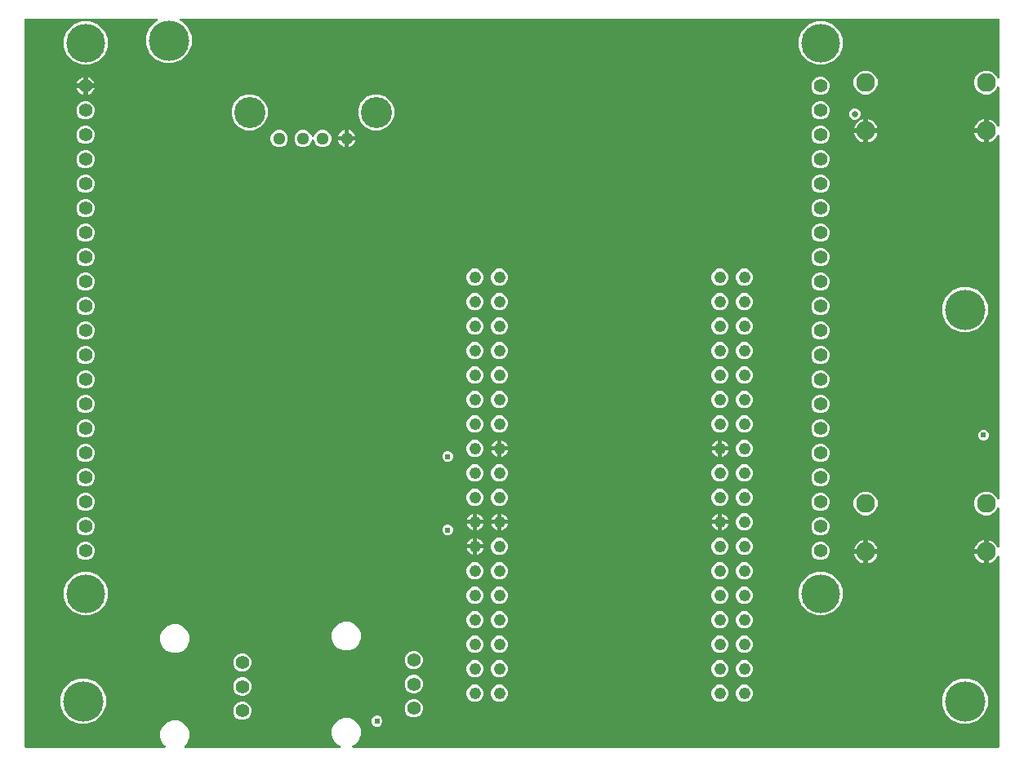
<source format=gbr>
G04 EAGLE Gerber RS-274X export*
G75*
%MOMM*%
%FSLAX34Y34*%
%LPD*%
%INCopper Layer 2*%
%IPPOS*%
%AMOC8*
5,1,8,0,0,1.08239X$1,22.5*%
G01*
%ADD10C,1.244600*%
%ADD11C,1.400000*%
%ADD12C,1.960000*%
%ADD13C,4.016000*%
%ADD14C,1.288000*%
%ADD15C,3.220000*%
%ADD16C,4.191000*%
%ADD17C,0.609600*%
%ADD18C,0.654800*%

G36*
X147902Y2558D02*
X147902Y2558D01*
X148041Y2571D01*
X148060Y2578D01*
X148080Y2581D01*
X148209Y2632D01*
X148340Y2679D01*
X148357Y2690D01*
X148375Y2698D01*
X148488Y2779D01*
X148603Y2857D01*
X148616Y2873D01*
X148633Y2884D01*
X148722Y2992D01*
X148813Y3096D01*
X148823Y3114D01*
X148836Y3129D01*
X148895Y3255D01*
X148958Y3379D01*
X148963Y3399D01*
X148971Y3417D01*
X148997Y3553D01*
X149028Y3689D01*
X149027Y3710D01*
X149031Y3729D01*
X149022Y3868D01*
X149018Y4007D01*
X149012Y4027D01*
X149011Y4047D01*
X148968Y4179D01*
X148930Y4313D01*
X148919Y4330D01*
X148913Y4349D01*
X148839Y4467D01*
X148768Y4587D01*
X148750Y4608D01*
X148743Y4618D01*
X148728Y4632D01*
X148662Y4707D01*
X145849Y7520D01*
X143559Y13048D01*
X143559Y19032D01*
X145849Y24560D01*
X150080Y28791D01*
X155608Y31081D01*
X161592Y31081D01*
X167120Y28791D01*
X171351Y24560D01*
X173641Y19032D01*
X173641Y13048D01*
X171351Y7520D01*
X168538Y4707D01*
X168453Y4598D01*
X168364Y4491D01*
X168356Y4472D01*
X168343Y4456D01*
X168288Y4328D01*
X168229Y4203D01*
X168225Y4183D01*
X168217Y4164D01*
X168195Y4026D01*
X168169Y3890D01*
X168170Y3870D01*
X168167Y3850D01*
X168180Y3711D01*
X168189Y3573D01*
X168195Y3554D01*
X168197Y3534D01*
X168244Y3402D01*
X168287Y3271D01*
X168298Y3253D01*
X168305Y3234D01*
X168383Y3119D01*
X168457Y3002D01*
X168472Y2988D01*
X168483Y2971D01*
X168587Y2879D01*
X168689Y2784D01*
X168706Y2774D01*
X168722Y2761D01*
X168846Y2697D01*
X168967Y2630D01*
X168987Y2625D01*
X169005Y2616D01*
X169141Y2586D01*
X169275Y2551D01*
X169303Y2549D01*
X169315Y2546D01*
X169336Y2547D01*
X169436Y2541D01*
X329438Y2541D01*
X329507Y2549D01*
X329577Y2548D01*
X329664Y2569D01*
X329753Y2581D01*
X329818Y2606D01*
X329886Y2623D01*
X329966Y2665D01*
X330049Y2698D01*
X330106Y2739D01*
X330167Y2771D01*
X330234Y2832D01*
X330307Y2884D01*
X330351Y2938D01*
X330403Y2985D01*
X330452Y3060D01*
X330509Y3129D01*
X330539Y3193D01*
X330577Y3251D01*
X330607Y3336D01*
X330645Y3417D01*
X330658Y3486D01*
X330681Y3552D01*
X330688Y3641D01*
X330705Y3729D01*
X330700Y3799D01*
X330706Y3869D01*
X330690Y3957D01*
X330685Y4047D01*
X330663Y4113D01*
X330651Y4182D01*
X330615Y4264D01*
X330587Y4349D01*
X330550Y4408D01*
X330521Y4472D01*
X330465Y4542D01*
X330417Y4618D01*
X330366Y4666D01*
X330322Y4720D01*
X330250Y4775D01*
X330185Y4836D01*
X330124Y4870D01*
X330068Y4912D01*
X329924Y4983D01*
X327880Y5829D01*
X323649Y10060D01*
X321359Y15588D01*
X321359Y21572D01*
X323649Y27100D01*
X327880Y31331D01*
X333408Y33621D01*
X339392Y33621D01*
X344920Y31331D01*
X349151Y27100D01*
X351441Y21572D01*
X351441Y15588D01*
X349151Y10060D01*
X344920Y5829D01*
X342876Y4983D01*
X342816Y4948D01*
X342751Y4922D01*
X342678Y4870D01*
X342600Y4825D01*
X342550Y4777D01*
X342493Y4736D01*
X342436Y4666D01*
X342372Y4604D01*
X342335Y4544D01*
X342291Y4491D01*
X342252Y4409D01*
X342205Y4333D01*
X342185Y4266D01*
X342155Y4203D01*
X342138Y4115D01*
X342112Y4029D01*
X342108Y3959D01*
X342095Y3890D01*
X342101Y3801D01*
X342097Y3711D01*
X342111Y3643D01*
X342115Y3573D01*
X342143Y3488D01*
X342161Y3400D01*
X342192Y3337D01*
X342213Y3271D01*
X342261Y3195D01*
X342301Y3114D01*
X342346Y3061D01*
X342383Y3002D01*
X342449Y2940D01*
X342507Y2872D01*
X342564Y2832D01*
X342615Y2784D01*
X342694Y2741D01*
X342767Y2689D01*
X342832Y2664D01*
X342893Y2630D01*
X342980Y2608D01*
X343064Y2576D01*
X343134Y2568D01*
X343201Y2551D01*
X343362Y2541D01*
X1012190Y2541D01*
X1012308Y2556D01*
X1012427Y2563D01*
X1012465Y2576D01*
X1012506Y2581D01*
X1012616Y2624D01*
X1012729Y2661D01*
X1012764Y2683D01*
X1012801Y2698D01*
X1012897Y2767D01*
X1012998Y2831D01*
X1013026Y2861D01*
X1013059Y2884D01*
X1013135Y2976D01*
X1013216Y3063D01*
X1013236Y3098D01*
X1013261Y3129D01*
X1013312Y3237D01*
X1013370Y3341D01*
X1013380Y3381D01*
X1013397Y3417D01*
X1013419Y3534D01*
X1013449Y3649D01*
X1013453Y3709D01*
X1013457Y3729D01*
X1013455Y3750D01*
X1013459Y3810D01*
X1013459Y200557D01*
X1013457Y200577D01*
X1013459Y200596D01*
X1013442Y200703D01*
X1013437Y200781D01*
X1013427Y200811D01*
X1013419Y200872D01*
X1013412Y200891D01*
X1013409Y200911D01*
X1013354Y201039D01*
X1013352Y201042D01*
X1013339Y201083D01*
X1013331Y201096D01*
X1013302Y201168D01*
X1013291Y201184D01*
X1013283Y201202D01*
X1013198Y201312D01*
X1013116Y201425D01*
X1013100Y201438D01*
X1013088Y201454D01*
X1012978Y201539D01*
X1012871Y201628D01*
X1012853Y201637D01*
X1012837Y201649D01*
X1012709Y201704D01*
X1012583Y201764D01*
X1012563Y201767D01*
X1012545Y201775D01*
X1012407Y201797D01*
X1012271Y201823D01*
X1012251Y201822D01*
X1012231Y201825D01*
X1012092Y201812D01*
X1011953Y201804D01*
X1011934Y201798D01*
X1011914Y201796D01*
X1011783Y201749D01*
X1011651Y201706D01*
X1011634Y201695D01*
X1011615Y201688D01*
X1011500Y201610D01*
X1011382Y201536D01*
X1011368Y201521D01*
X1011352Y201510D01*
X1011318Y201471D01*
X1011315Y201469D01*
X1011299Y201450D01*
X1011260Y201406D01*
X1011164Y201304D01*
X1011154Y201286D01*
X1011141Y201272D01*
X1011116Y201229D01*
X1011112Y201224D01*
X1011107Y201215D01*
X1011059Y201133D01*
X1010315Y199672D01*
X1009173Y198101D01*
X1007799Y196727D01*
X1006228Y195585D01*
X1004497Y194703D01*
X1002650Y194103D01*
X1002299Y194048D01*
X1002299Y204870D01*
X1002284Y204988D01*
X1002277Y205107D01*
X1002264Y205145D01*
X1002259Y205185D01*
X1002216Y205296D01*
X1002179Y205409D01*
X1002157Y205443D01*
X1002142Y205481D01*
X1002072Y205577D01*
X1002009Y205678D01*
X1001979Y205706D01*
X1001955Y205738D01*
X1001864Y205814D01*
X1001777Y205896D01*
X1001742Y205915D01*
X1001711Y205941D01*
X1001603Y205992D01*
X1001499Y206049D01*
X1001459Y206060D01*
X1001423Y206077D01*
X1001306Y206099D01*
X1001191Y206129D01*
X1001130Y206133D01*
X1001110Y206137D01*
X1001090Y206135D01*
X1001030Y206139D01*
X999759Y206139D01*
X999759Y206141D01*
X1001030Y206141D01*
X1001148Y206156D01*
X1001267Y206163D01*
X1001305Y206176D01*
X1001345Y206181D01*
X1001456Y206225D01*
X1001569Y206261D01*
X1001604Y206283D01*
X1001641Y206298D01*
X1001737Y206368D01*
X1001838Y206431D01*
X1001866Y206461D01*
X1001899Y206485D01*
X1001974Y206576D01*
X1002056Y206663D01*
X1002076Y206698D01*
X1002101Y206730D01*
X1002152Y206837D01*
X1002210Y206942D01*
X1002220Y206981D01*
X1002237Y207017D01*
X1002259Y207134D01*
X1002289Y207249D01*
X1002293Y207310D01*
X1002297Y207330D01*
X1002295Y207350D01*
X1002299Y207410D01*
X1002299Y218232D01*
X1002650Y218177D01*
X1004497Y217577D01*
X1006228Y216695D01*
X1007799Y215553D01*
X1009173Y214179D01*
X1010315Y212608D01*
X1011059Y211147D01*
X1011070Y211130D01*
X1011078Y211112D01*
X1011159Y210999D01*
X1011238Y210884D01*
X1011253Y210871D01*
X1011264Y210855D01*
X1011372Y210765D01*
X1011476Y210674D01*
X1011494Y210665D01*
X1011509Y210652D01*
X1011636Y210592D01*
X1011760Y210529D01*
X1011779Y210525D01*
X1011797Y210516D01*
X1011934Y210490D01*
X1012070Y210460D01*
X1012090Y210460D01*
X1012110Y210457D01*
X1012249Y210465D01*
X1012388Y210469D01*
X1012407Y210475D01*
X1012427Y210476D01*
X1012559Y210519D01*
X1012693Y210558D01*
X1012711Y210568D01*
X1012729Y210574D01*
X1012847Y210649D01*
X1012967Y210720D01*
X1012981Y210734D01*
X1012998Y210744D01*
X1013094Y210846D01*
X1013192Y210944D01*
X1013202Y210962D01*
X1013216Y210976D01*
X1013283Y211098D01*
X1013354Y211218D01*
X1013360Y211237D01*
X1013370Y211255D01*
X1013404Y211389D01*
X1013443Y211523D01*
X1013444Y211543D01*
X1013449Y211563D01*
X1013459Y211723D01*
X1013459Y250584D01*
X1013451Y250653D01*
X1013452Y250723D01*
X1013431Y250811D01*
X1013419Y250900D01*
X1013394Y250965D01*
X1013377Y251032D01*
X1013335Y251112D01*
X1013302Y251195D01*
X1013261Y251252D01*
X1013229Y251314D01*
X1013168Y251380D01*
X1013116Y251453D01*
X1013062Y251497D01*
X1013015Y251549D01*
X1012940Y251598D01*
X1012871Y251656D01*
X1012807Y251685D01*
X1012749Y251724D01*
X1012664Y251753D01*
X1012583Y251791D01*
X1012514Y251804D01*
X1012448Y251827D01*
X1012359Y251834D01*
X1012271Y251851D01*
X1012201Y251847D01*
X1012131Y251852D01*
X1012043Y251837D01*
X1011953Y251831D01*
X1011887Y251810D01*
X1011818Y251798D01*
X1011736Y251761D01*
X1011651Y251733D01*
X1011592Y251696D01*
X1011528Y251667D01*
X1011458Y251611D01*
X1011382Y251563D01*
X1011334Y251512D01*
X1011280Y251469D01*
X1011225Y251397D01*
X1011164Y251331D01*
X1011130Y251270D01*
X1011088Y251214D01*
X1011017Y251070D01*
X1010222Y249150D01*
X1006750Y245678D01*
X1002215Y243799D01*
X997305Y243799D01*
X992770Y245678D01*
X989298Y249150D01*
X987419Y253685D01*
X987419Y258595D01*
X989298Y263130D01*
X992770Y266602D01*
X997305Y268481D01*
X1002215Y268481D01*
X1006750Y266602D01*
X1010222Y263130D01*
X1011017Y261210D01*
X1011052Y261149D01*
X1011078Y261085D01*
X1011130Y261012D01*
X1011175Y260934D01*
X1011223Y260884D01*
X1011264Y260827D01*
X1011334Y260770D01*
X1011396Y260705D01*
X1011456Y260669D01*
X1011509Y260624D01*
X1011591Y260586D01*
X1011667Y260539D01*
X1011734Y260519D01*
X1011797Y260489D01*
X1011885Y260472D01*
X1011971Y260446D01*
X1012041Y260442D01*
X1012110Y260429D01*
X1012199Y260435D01*
X1012289Y260430D01*
X1012357Y260445D01*
X1012427Y260449D01*
X1012512Y260477D01*
X1012600Y260495D01*
X1012663Y260525D01*
X1012729Y260547D01*
X1012805Y260595D01*
X1012886Y260634D01*
X1012939Y260680D01*
X1012998Y260717D01*
X1013060Y260783D01*
X1013128Y260841D01*
X1013168Y260898D01*
X1013216Y260949D01*
X1013259Y261027D01*
X1013311Y261101D01*
X1013336Y261166D01*
X1013370Y261227D01*
X1013392Y261314D01*
X1013424Y261398D01*
X1013432Y261468D01*
X1013449Y261535D01*
X1013459Y261696D01*
X1013459Y637437D01*
X1013457Y637457D01*
X1013459Y637476D01*
X1013437Y637614D01*
X1013419Y637752D01*
X1013412Y637771D01*
X1013409Y637791D01*
X1013354Y637919D01*
X1013302Y638048D01*
X1013291Y638064D01*
X1013283Y638082D01*
X1013197Y638193D01*
X1013116Y638305D01*
X1013100Y638318D01*
X1013088Y638334D01*
X1012978Y638419D01*
X1012871Y638508D01*
X1012853Y638517D01*
X1012837Y638529D01*
X1012709Y638584D01*
X1012583Y638644D01*
X1012563Y638647D01*
X1012545Y638655D01*
X1012407Y638677D01*
X1012271Y638703D01*
X1012251Y638702D01*
X1012231Y638705D01*
X1012092Y638692D01*
X1011953Y638684D01*
X1011934Y638678D01*
X1011914Y638676D01*
X1011783Y638629D01*
X1011651Y638586D01*
X1011634Y638575D01*
X1011615Y638568D01*
X1011500Y638490D01*
X1011382Y638416D01*
X1011368Y638401D01*
X1011352Y638390D01*
X1011260Y638285D01*
X1011164Y638184D01*
X1011154Y638166D01*
X1011141Y638152D01*
X1011059Y638013D01*
X1010315Y636552D01*
X1009173Y634981D01*
X1007799Y633607D01*
X1006228Y632465D01*
X1004497Y631583D01*
X1002650Y630983D01*
X1002299Y630928D01*
X1002299Y641750D01*
X1002284Y641868D01*
X1002277Y641987D01*
X1002264Y642025D01*
X1002259Y642065D01*
X1002216Y642176D01*
X1002179Y642289D01*
X1002157Y642323D01*
X1002142Y642361D01*
X1002072Y642457D01*
X1002009Y642558D01*
X1001979Y642586D01*
X1001955Y642618D01*
X1001864Y642694D01*
X1001777Y642776D01*
X1001742Y642795D01*
X1001711Y642821D01*
X1001603Y642872D01*
X1001499Y642929D01*
X1001459Y642940D01*
X1001423Y642957D01*
X1001306Y642979D01*
X1001191Y643009D01*
X1001130Y643013D01*
X1001110Y643017D01*
X1001090Y643015D01*
X1001030Y643019D01*
X999759Y643019D01*
X999759Y643021D01*
X1001030Y643021D01*
X1001148Y643036D01*
X1001267Y643043D01*
X1001305Y643056D01*
X1001345Y643061D01*
X1001456Y643105D01*
X1001569Y643141D01*
X1001604Y643163D01*
X1001641Y643178D01*
X1001737Y643248D01*
X1001838Y643311D01*
X1001866Y643341D01*
X1001899Y643365D01*
X1001974Y643456D01*
X1002056Y643543D01*
X1002076Y643578D01*
X1002101Y643610D01*
X1002152Y643717D01*
X1002210Y643822D01*
X1002220Y643861D01*
X1002237Y643897D01*
X1002259Y644014D01*
X1002289Y644129D01*
X1002293Y644190D01*
X1002297Y644210D01*
X1002295Y644230D01*
X1002299Y644290D01*
X1002299Y655112D01*
X1002650Y655057D01*
X1004497Y654457D01*
X1006228Y653575D01*
X1007799Y652433D01*
X1009173Y651059D01*
X1010315Y649488D01*
X1011059Y648027D01*
X1011070Y648010D01*
X1011078Y647992D01*
X1011159Y647879D01*
X1011238Y647764D01*
X1011253Y647751D01*
X1011264Y647735D01*
X1011372Y647645D01*
X1011476Y647554D01*
X1011494Y647545D01*
X1011509Y647532D01*
X1011636Y647472D01*
X1011760Y647409D01*
X1011779Y647405D01*
X1011797Y647396D01*
X1011934Y647370D01*
X1012070Y647340D01*
X1012090Y647340D01*
X1012110Y647337D01*
X1012249Y647345D01*
X1012388Y647349D01*
X1012407Y647355D01*
X1012427Y647356D01*
X1012559Y647399D01*
X1012693Y647438D01*
X1012711Y647448D01*
X1012729Y647454D01*
X1012847Y647529D01*
X1012967Y647600D01*
X1012981Y647614D01*
X1012998Y647624D01*
X1013094Y647726D01*
X1013192Y647824D01*
X1013202Y647842D01*
X1013216Y647856D01*
X1013283Y647978D01*
X1013354Y648098D01*
X1013360Y648117D01*
X1013370Y648135D01*
X1013404Y648269D01*
X1013443Y648403D01*
X1013444Y648423D01*
X1013449Y648443D01*
X1013459Y648603D01*
X1013459Y687464D01*
X1013451Y687533D01*
X1013452Y687603D01*
X1013431Y687691D01*
X1013419Y687780D01*
X1013394Y687845D01*
X1013377Y687912D01*
X1013335Y687992D01*
X1013302Y688075D01*
X1013261Y688132D01*
X1013229Y688194D01*
X1013168Y688260D01*
X1013116Y688333D01*
X1013062Y688377D01*
X1013015Y688429D01*
X1012940Y688478D01*
X1012871Y688536D01*
X1012807Y688565D01*
X1012749Y688604D01*
X1012664Y688633D01*
X1012583Y688671D01*
X1012514Y688684D01*
X1012448Y688707D01*
X1012359Y688714D01*
X1012271Y688731D01*
X1012201Y688727D01*
X1012131Y688732D01*
X1012043Y688717D01*
X1011953Y688711D01*
X1011887Y688690D01*
X1011818Y688678D01*
X1011736Y688641D01*
X1011651Y688613D01*
X1011592Y688576D01*
X1011528Y688547D01*
X1011458Y688491D01*
X1011382Y688443D01*
X1011334Y688392D01*
X1011280Y688349D01*
X1011225Y688277D01*
X1011164Y688211D01*
X1011130Y688150D01*
X1011088Y688094D01*
X1011017Y687950D01*
X1010222Y686030D01*
X1006750Y682558D01*
X1002215Y680679D01*
X997305Y680679D01*
X992770Y682558D01*
X989298Y686030D01*
X987419Y690565D01*
X987419Y695475D01*
X989298Y700010D01*
X992770Y703482D01*
X997305Y705361D01*
X1002215Y705361D01*
X1006750Y703482D01*
X1010222Y700010D01*
X1011017Y698090D01*
X1011052Y698029D01*
X1011078Y697965D01*
X1011130Y697892D01*
X1011175Y697814D01*
X1011223Y697764D01*
X1011264Y697707D01*
X1011334Y697650D01*
X1011396Y697585D01*
X1011456Y697549D01*
X1011509Y697504D01*
X1011591Y697466D01*
X1011667Y697419D01*
X1011734Y697399D01*
X1011797Y697369D01*
X1011885Y697352D01*
X1011971Y697326D01*
X1012041Y697322D01*
X1012110Y697309D01*
X1012199Y697315D01*
X1012289Y697310D01*
X1012357Y697325D01*
X1012427Y697329D01*
X1012512Y697357D01*
X1012600Y697375D01*
X1012663Y697405D01*
X1012729Y697427D01*
X1012805Y697475D01*
X1012886Y697514D01*
X1012939Y697560D01*
X1012998Y697597D01*
X1013060Y697663D01*
X1013128Y697721D01*
X1013168Y697778D01*
X1013216Y697829D01*
X1013259Y697907D01*
X1013311Y697981D01*
X1013336Y698046D01*
X1013370Y698107D01*
X1013392Y698194D01*
X1013424Y698278D01*
X1013432Y698348D01*
X1013449Y698415D01*
X1013459Y698576D01*
X1013459Y758190D01*
X1013444Y758308D01*
X1013437Y758427D01*
X1013424Y758465D01*
X1013419Y758506D01*
X1013376Y758616D01*
X1013339Y758729D01*
X1013317Y758764D01*
X1013302Y758801D01*
X1013233Y758897D01*
X1013169Y758998D01*
X1013139Y759026D01*
X1013116Y759059D01*
X1013024Y759135D01*
X1012937Y759216D01*
X1012902Y759236D01*
X1012871Y759261D01*
X1012763Y759312D01*
X1012659Y759370D01*
X1012619Y759380D01*
X1012583Y759397D01*
X1012466Y759419D01*
X1012351Y759449D01*
X1012291Y759453D01*
X1012271Y759457D01*
X1012250Y759455D01*
X1012190Y759459D01*
X164991Y759459D01*
X164922Y759451D01*
X164852Y759452D01*
X164765Y759431D01*
X164675Y759419D01*
X164611Y759394D01*
X164543Y759377D01*
X164463Y759335D01*
X164380Y759302D01*
X164323Y759261D01*
X164262Y759229D01*
X164195Y759168D01*
X164122Y759116D01*
X164078Y759062D01*
X164026Y759015D01*
X163977Y758940D01*
X163920Y758871D01*
X163890Y758807D01*
X163852Y758749D01*
X163822Y758664D01*
X163784Y758583D01*
X163771Y758514D01*
X163748Y758448D01*
X163741Y758359D01*
X163724Y758271D01*
X163729Y758201D01*
X163723Y758131D01*
X163739Y758043D01*
X163744Y757953D01*
X163766Y757887D01*
X163778Y757818D01*
X163814Y757736D01*
X163842Y757651D01*
X163879Y757592D01*
X163908Y757528D01*
X163964Y757458D01*
X164012Y757382D01*
X164063Y757334D01*
X164107Y757280D01*
X164178Y757225D01*
X164244Y757164D01*
X164305Y757130D01*
X164361Y757088D01*
X164505Y757017D01*
X165709Y756519D01*
X172319Y749909D01*
X175896Y741274D01*
X175896Y731926D01*
X172319Y723291D01*
X165709Y716681D01*
X157074Y713104D01*
X147726Y713104D01*
X139091Y716681D01*
X132481Y723291D01*
X128904Y731926D01*
X128904Y741274D01*
X132481Y749909D01*
X139091Y756519D01*
X140295Y757017D01*
X140355Y757052D01*
X140420Y757078D01*
X140493Y757130D01*
X140571Y757175D01*
X140621Y757223D01*
X140678Y757264D01*
X140735Y757334D01*
X140799Y757396D01*
X140836Y757456D01*
X140880Y757509D01*
X140919Y757591D01*
X140966Y757667D01*
X140986Y757734D01*
X141016Y757797D01*
X141033Y757885D01*
X141059Y757971D01*
X141063Y758041D01*
X141076Y758110D01*
X141070Y758199D01*
X141074Y758289D01*
X141060Y758357D01*
X141056Y758427D01*
X141028Y758512D01*
X141010Y758600D01*
X140979Y758663D01*
X140958Y758729D01*
X140910Y758805D01*
X140870Y758886D01*
X140825Y758939D01*
X140788Y758998D01*
X140722Y759060D01*
X140664Y759128D01*
X140607Y759168D01*
X140556Y759216D01*
X140477Y759259D01*
X140404Y759311D01*
X140339Y759336D01*
X140278Y759370D01*
X140191Y759392D01*
X140107Y759424D01*
X140037Y759432D01*
X139970Y759449D01*
X139809Y759459D01*
X3810Y759459D01*
X3692Y759444D01*
X3573Y759437D01*
X3535Y759424D01*
X3494Y759419D01*
X3384Y759376D01*
X3271Y759339D01*
X3236Y759317D01*
X3199Y759302D01*
X3103Y759233D01*
X3002Y759169D01*
X2974Y759139D01*
X2941Y759116D01*
X2865Y759024D01*
X2784Y758937D01*
X2764Y758902D01*
X2739Y758871D01*
X2688Y758763D01*
X2630Y758659D01*
X2620Y758619D01*
X2603Y758583D01*
X2581Y758466D01*
X2551Y758351D01*
X2547Y758291D01*
X2543Y758271D01*
X2545Y758250D01*
X2541Y758190D01*
X2541Y3810D01*
X2556Y3692D01*
X2563Y3573D01*
X2576Y3535D01*
X2581Y3494D01*
X2624Y3384D01*
X2661Y3271D01*
X2683Y3236D01*
X2698Y3199D01*
X2767Y3103D01*
X2831Y3002D01*
X2861Y2974D01*
X2884Y2941D01*
X2976Y2865D01*
X3063Y2784D01*
X3098Y2764D01*
X3129Y2739D01*
X3237Y2688D01*
X3341Y2630D01*
X3381Y2620D01*
X3417Y2603D01*
X3534Y2581D01*
X3649Y2551D01*
X3709Y2547D01*
X3729Y2543D01*
X3750Y2545D01*
X3810Y2541D01*
X147764Y2541D01*
X147902Y2558D01*
G37*
%LPC*%
G36*
X973226Y27304D02*
X973226Y27304D01*
X964591Y30881D01*
X957981Y37491D01*
X954404Y46126D01*
X954404Y55474D01*
X957981Y64109D01*
X964591Y70719D01*
X973226Y74296D01*
X982574Y74296D01*
X991209Y70719D01*
X997819Y64109D01*
X1001396Y55474D01*
X1001396Y46126D01*
X997819Y37491D01*
X991209Y30881D01*
X982574Y27304D01*
X973226Y27304D01*
G37*
%LPD*%
%LPC*%
G36*
X973226Y433704D02*
X973226Y433704D01*
X964591Y437281D01*
X957981Y443891D01*
X954404Y452526D01*
X954404Y461874D01*
X957981Y470509D01*
X964591Y477119D01*
X973226Y480696D01*
X982574Y480696D01*
X991209Y477119D01*
X997819Y470509D01*
X1001396Y461874D01*
X1001396Y452526D01*
X997819Y443891D01*
X991209Y437281D01*
X982574Y433704D01*
X973226Y433704D01*
G37*
%LPD*%
%LPC*%
G36*
X58826Y27304D02*
X58826Y27304D01*
X50191Y30881D01*
X43581Y37491D01*
X40004Y46126D01*
X40004Y55474D01*
X43581Y64109D01*
X50191Y70719D01*
X58826Y74296D01*
X68174Y74296D01*
X76809Y70719D01*
X83419Y64109D01*
X86996Y55474D01*
X86996Y46126D01*
X83419Y37491D01*
X76809Y30881D01*
X68174Y27304D01*
X58826Y27304D01*
G37*
%LPD*%
%LPC*%
G36*
X823540Y711439D02*
X823540Y711439D01*
X815226Y714883D01*
X808863Y721246D01*
X805419Y729560D01*
X805419Y738560D01*
X808863Y746874D01*
X815226Y753237D01*
X823540Y756681D01*
X832540Y756681D01*
X840854Y753237D01*
X847217Y746874D01*
X850661Y738560D01*
X850661Y729560D01*
X847217Y721246D01*
X840854Y714883D01*
X832540Y711439D01*
X823540Y711439D01*
G37*
%LPD*%
%LPC*%
G36*
X61540Y711439D02*
X61540Y711439D01*
X53226Y714883D01*
X46863Y721246D01*
X43419Y729560D01*
X43419Y738560D01*
X46863Y746874D01*
X53226Y753237D01*
X61540Y756681D01*
X70540Y756681D01*
X78854Y753237D01*
X85217Y746874D01*
X88661Y738560D01*
X88661Y729560D01*
X85217Y721246D01*
X78854Y714883D01*
X70540Y711439D01*
X61540Y711439D01*
G37*
%LPD*%
%LPC*%
G36*
X61540Y139939D02*
X61540Y139939D01*
X53226Y143383D01*
X46863Y149746D01*
X43419Y158060D01*
X43419Y167060D01*
X46863Y175374D01*
X53226Y181737D01*
X61540Y185181D01*
X70540Y185181D01*
X78854Y181737D01*
X85217Y175374D01*
X88661Y167060D01*
X88661Y158060D01*
X85217Y149746D01*
X78854Y143383D01*
X70540Y139939D01*
X61540Y139939D01*
G37*
%LPD*%
%LPC*%
G36*
X823540Y139939D02*
X823540Y139939D01*
X815226Y143383D01*
X808863Y149746D01*
X805419Y158060D01*
X805419Y167060D01*
X808863Y175374D01*
X815226Y181737D01*
X823540Y185181D01*
X832540Y185181D01*
X840854Y181737D01*
X847217Y175374D01*
X850661Y167060D01*
X850661Y158060D01*
X847217Y149746D01*
X840854Y143383D01*
X832540Y139939D01*
X823540Y139939D01*
G37*
%LPD*%
%LPC*%
G36*
X363692Y643459D02*
X363692Y643459D01*
X356841Y646297D01*
X351597Y651541D01*
X348759Y658392D01*
X348759Y665808D01*
X351597Y672659D01*
X356841Y677903D01*
X363692Y680741D01*
X371108Y680741D01*
X377959Y677903D01*
X383203Y672659D01*
X386041Y665808D01*
X386041Y658392D01*
X383203Y651541D01*
X377959Y646297D01*
X371108Y643459D01*
X363692Y643459D01*
G37*
%LPD*%
%LPC*%
G36*
X232292Y643459D02*
X232292Y643459D01*
X225441Y646297D01*
X220197Y651541D01*
X217359Y658392D01*
X217359Y665808D01*
X220197Y672659D01*
X225441Y677903D01*
X232292Y680741D01*
X239708Y680741D01*
X246559Y677903D01*
X251803Y672659D01*
X254641Y665808D01*
X254641Y658392D01*
X251803Y651541D01*
X246559Y646297D01*
X239708Y643459D01*
X232292Y643459D01*
G37*
%LPD*%
%LPC*%
G36*
X155608Y100999D02*
X155608Y100999D01*
X150080Y103289D01*
X145849Y107520D01*
X143559Y113048D01*
X143559Y119032D01*
X145849Y124560D01*
X150080Y128791D01*
X155608Y131081D01*
X161592Y131081D01*
X167120Y128791D01*
X171351Y124560D01*
X173641Y119032D01*
X173641Y113048D01*
X171351Y107520D01*
X167120Y103289D01*
X161592Y100999D01*
X155608Y100999D01*
G37*
%LPD*%
%LPC*%
G36*
X333408Y103539D02*
X333408Y103539D01*
X327880Y105829D01*
X323649Y110060D01*
X321359Y115588D01*
X321359Y121572D01*
X323649Y127100D01*
X327880Y131331D01*
X333408Y133621D01*
X339392Y133621D01*
X344920Y131331D01*
X349151Y127100D01*
X351441Y121572D01*
X351441Y115588D01*
X349151Y110060D01*
X344920Y105829D01*
X339392Y103539D01*
X333408Y103539D01*
G37*
%LPD*%
%LPC*%
G36*
X289914Y626019D02*
X289914Y626019D01*
X286613Y627386D01*
X284086Y629913D01*
X282719Y633214D01*
X282719Y636786D01*
X284086Y640087D01*
X286613Y642614D01*
X289914Y643981D01*
X293486Y643981D01*
X296787Y642614D01*
X299314Y640087D01*
X300527Y637157D01*
X300596Y637036D01*
X300661Y636913D01*
X300675Y636898D01*
X300685Y636880D01*
X300782Y636780D01*
X300875Y636678D01*
X300892Y636667D01*
X300906Y636652D01*
X301024Y636579D01*
X301141Y636503D01*
X301160Y636496D01*
X301177Y636486D01*
X301310Y636445D01*
X301442Y636400D01*
X301462Y636398D01*
X301481Y636392D01*
X301620Y636386D01*
X301759Y636374D01*
X301779Y636378D01*
X301799Y636377D01*
X301935Y636405D01*
X302072Y636429D01*
X302090Y636437D01*
X302110Y636441D01*
X302236Y636503D01*
X302362Y636559D01*
X302378Y636572D01*
X302396Y636581D01*
X302502Y636672D01*
X302610Y636758D01*
X302623Y636774D01*
X302638Y636787D01*
X302718Y636902D01*
X302802Y637012D01*
X302814Y637037D01*
X302821Y637047D01*
X302828Y637067D01*
X302873Y637157D01*
X304086Y640087D01*
X306613Y642614D01*
X309914Y643981D01*
X313486Y643981D01*
X316787Y642614D01*
X319314Y640087D01*
X320681Y636786D01*
X320681Y633214D01*
X319314Y629913D01*
X316787Y627386D01*
X313486Y626019D01*
X309914Y626019D01*
X306613Y627386D01*
X304086Y629913D01*
X302873Y632843D01*
X302804Y632964D01*
X302739Y633087D01*
X302725Y633102D01*
X302715Y633120D01*
X302618Y633220D01*
X302525Y633322D01*
X302508Y633333D01*
X302494Y633348D01*
X302375Y633421D01*
X302259Y633497D01*
X302240Y633504D01*
X302223Y633514D01*
X302090Y633555D01*
X301958Y633600D01*
X301938Y633602D01*
X301919Y633608D01*
X301780Y633614D01*
X301641Y633626D01*
X301621Y633622D01*
X301601Y633623D01*
X301465Y633595D01*
X301328Y633571D01*
X301309Y633563D01*
X301290Y633559D01*
X301164Y633497D01*
X301038Y633441D01*
X301022Y633428D01*
X301004Y633419D01*
X300898Y633329D01*
X300790Y633242D01*
X300777Y633226D01*
X300762Y633213D01*
X300682Y633099D01*
X300598Y632988D01*
X300586Y632963D01*
X300579Y632953D01*
X300572Y632933D01*
X300527Y632843D01*
X299314Y629913D01*
X296787Y627386D01*
X293486Y626019D01*
X289914Y626019D01*
G37*
%LPD*%
%LPC*%
G36*
X872305Y680679D02*
X872305Y680679D01*
X867770Y682558D01*
X864298Y686030D01*
X862419Y690565D01*
X862419Y695475D01*
X864298Y700010D01*
X867770Y703482D01*
X872305Y705361D01*
X877215Y705361D01*
X881750Y703482D01*
X885222Y700010D01*
X887101Y695475D01*
X887101Y690565D01*
X885222Y686030D01*
X881750Y682558D01*
X877215Y680679D01*
X872305Y680679D01*
G37*
%LPD*%
%LPC*%
G36*
X872305Y243799D02*
X872305Y243799D01*
X867770Y245678D01*
X864298Y249150D01*
X862419Y253685D01*
X862419Y258595D01*
X864298Y263130D01*
X867770Y266602D01*
X872305Y268481D01*
X877215Y268481D01*
X881750Y266602D01*
X885222Y263130D01*
X887101Y258595D01*
X887101Y253685D01*
X885222Y249150D01*
X881750Y245678D01*
X877215Y243799D01*
X872305Y243799D01*
G37*
%LPD*%
%LPC*%
G36*
X826142Y680069D02*
X826142Y680069D01*
X822636Y681522D01*
X819952Y684206D01*
X818499Y687712D01*
X818499Y691508D01*
X819952Y695014D01*
X822636Y697698D01*
X826142Y699151D01*
X829938Y699151D01*
X833444Y697698D01*
X836128Y695014D01*
X837581Y691508D01*
X837581Y687712D01*
X836128Y684206D01*
X833444Y681522D01*
X829938Y680069D01*
X826142Y680069D01*
G37*
%LPD*%
%LPC*%
G36*
X226702Y31499D02*
X226702Y31499D01*
X223196Y32952D01*
X220512Y35636D01*
X219059Y39142D01*
X219059Y42938D01*
X220512Y46444D01*
X223196Y49128D01*
X226702Y50581D01*
X230498Y50581D01*
X234004Y49128D01*
X236688Y46444D01*
X238141Y42938D01*
X238141Y39142D01*
X236688Y35636D01*
X234004Y32952D01*
X230498Y31499D01*
X226702Y31499D01*
G37*
%LPD*%
%LPC*%
G36*
X826142Y324469D02*
X826142Y324469D01*
X822636Y325922D01*
X819952Y328606D01*
X818499Y332112D01*
X818499Y335908D01*
X819952Y339414D01*
X822636Y342098D01*
X826142Y343551D01*
X829938Y343551D01*
X833444Y342098D01*
X836128Y339414D01*
X837581Y335908D01*
X837581Y332112D01*
X836128Y328606D01*
X833444Y325922D01*
X829938Y324469D01*
X826142Y324469D01*
G37*
%LPD*%
%LPC*%
G36*
X64142Y324469D02*
X64142Y324469D01*
X60636Y325922D01*
X57952Y328606D01*
X56499Y332112D01*
X56499Y335908D01*
X57952Y339414D01*
X60636Y342098D01*
X64142Y343551D01*
X67938Y343551D01*
X71444Y342098D01*
X74128Y339414D01*
X75581Y335908D01*
X75581Y332112D01*
X74128Y328606D01*
X71444Y325922D01*
X67938Y324469D01*
X64142Y324469D01*
G37*
%LPD*%
%LPC*%
G36*
X826142Y426069D02*
X826142Y426069D01*
X822636Y427522D01*
X819952Y430206D01*
X818499Y433712D01*
X818499Y437508D01*
X819952Y441014D01*
X822636Y443698D01*
X826142Y445151D01*
X829938Y445151D01*
X833444Y443698D01*
X836128Y441014D01*
X837581Y437508D01*
X837581Y433712D01*
X836128Y430206D01*
X833444Y427522D01*
X829938Y426069D01*
X826142Y426069D01*
G37*
%LPD*%
%LPC*%
G36*
X826142Y654669D02*
X826142Y654669D01*
X822636Y656122D01*
X819952Y658806D01*
X818499Y662312D01*
X818499Y666108D01*
X819952Y669614D01*
X822636Y672298D01*
X826142Y673751D01*
X829938Y673751D01*
X833444Y672298D01*
X836128Y669614D01*
X837581Y666108D01*
X837581Y662312D01*
X836128Y658806D01*
X833444Y656122D01*
X829938Y654669D01*
X826142Y654669D01*
G37*
%LPD*%
%LPC*%
G36*
X64142Y654669D02*
X64142Y654669D01*
X60636Y656122D01*
X57952Y658806D01*
X56499Y662312D01*
X56499Y666108D01*
X57952Y669614D01*
X60636Y672298D01*
X64142Y673751D01*
X67938Y673751D01*
X71444Y672298D01*
X74128Y669614D01*
X75581Y666108D01*
X75581Y662312D01*
X74128Y658806D01*
X71444Y656122D01*
X67938Y654669D01*
X64142Y654669D01*
G37*
%LPD*%
%LPC*%
G36*
X64142Y426069D02*
X64142Y426069D01*
X60636Y427522D01*
X57952Y430206D01*
X56499Y433712D01*
X56499Y437508D01*
X57952Y441014D01*
X60636Y443698D01*
X64142Y445151D01*
X67938Y445151D01*
X71444Y443698D01*
X74128Y441014D01*
X75581Y437508D01*
X75581Y433712D01*
X74128Y430206D01*
X71444Y427522D01*
X67938Y426069D01*
X64142Y426069D01*
G37*
%LPD*%
%LPC*%
G36*
X826142Y197469D02*
X826142Y197469D01*
X822636Y198922D01*
X819952Y201606D01*
X818499Y205112D01*
X818499Y208908D01*
X819952Y212414D01*
X822636Y215098D01*
X826142Y216551D01*
X829938Y216551D01*
X833444Y215098D01*
X836128Y212414D01*
X837581Y208908D01*
X837581Y205112D01*
X836128Y201606D01*
X833444Y198922D01*
X829938Y197469D01*
X826142Y197469D01*
G37*
%LPD*%
%LPC*%
G36*
X64142Y299069D02*
X64142Y299069D01*
X60636Y300522D01*
X57952Y303206D01*
X56499Y306712D01*
X56499Y310508D01*
X57952Y314014D01*
X60636Y316698D01*
X64142Y318151D01*
X67938Y318151D01*
X71444Y316698D01*
X74128Y314014D01*
X75581Y310508D01*
X75581Y306712D01*
X74128Y303206D01*
X71444Y300522D01*
X67938Y299069D01*
X64142Y299069D01*
G37*
%LPD*%
%LPC*%
G36*
X826142Y273669D02*
X826142Y273669D01*
X822636Y275122D01*
X819952Y277806D01*
X818499Y281312D01*
X818499Y285108D01*
X819952Y288614D01*
X822636Y291298D01*
X826142Y292751D01*
X829938Y292751D01*
X833444Y291298D01*
X836128Y288614D01*
X837581Y285108D01*
X837581Y281312D01*
X836128Y277806D01*
X833444Y275122D01*
X829938Y273669D01*
X826142Y273669D01*
G37*
%LPD*%
%LPC*%
G36*
X64142Y629269D02*
X64142Y629269D01*
X60636Y630722D01*
X57952Y633406D01*
X56499Y636912D01*
X56499Y640708D01*
X57952Y644214D01*
X60636Y646898D01*
X64142Y648351D01*
X67938Y648351D01*
X71444Y646898D01*
X74128Y644214D01*
X75581Y640708D01*
X75581Y636912D01*
X74128Y633406D01*
X71444Y630722D01*
X67938Y629269D01*
X64142Y629269D01*
G37*
%LPD*%
%LPC*%
G36*
X826142Y629269D02*
X826142Y629269D01*
X822636Y630722D01*
X819952Y633406D01*
X818499Y636912D01*
X818499Y640708D01*
X819952Y644214D01*
X822636Y646898D01*
X826142Y648351D01*
X829938Y648351D01*
X833444Y646898D01*
X836128Y644214D01*
X837581Y640708D01*
X837581Y636912D01*
X836128Y633406D01*
X833444Y630722D01*
X829938Y629269D01*
X826142Y629269D01*
G37*
%LPD*%
%LPC*%
G36*
X64142Y273669D02*
X64142Y273669D01*
X60636Y275122D01*
X57952Y277806D01*
X56499Y281312D01*
X56499Y285108D01*
X57952Y288614D01*
X60636Y291298D01*
X64142Y292751D01*
X67938Y292751D01*
X71444Y291298D01*
X74128Y288614D01*
X75581Y285108D01*
X75581Y281312D01*
X74128Y277806D01*
X71444Y275122D01*
X67938Y273669D01*
X64142Y273669D01*
G37*
%LPD*%
%LPC*%
G36*
X826142Y400669D02*
X826142Y400669D01*
X822636Y402122D01*
X819952Y404806D01*
X818499Y408312D01*
X818499Y412108D01*
X819952Y415614D01*
X822636Y418298D01*
X826142Y419751D01*
X829938Y419751D01*
X833444Y418298D01*
X836128Y415614D01*
X837581Y412108D01*
X837581Y408312D01*
X836128Y404806D01*
X833444Y402122D01*
X829938Y400669D01*
X826142Y400669D01*
G37*
%LPD*%
%LPC*%
G36*
X64142Y476869D02*
X64142Y476869D01*
X60636Y478322D01*
X57952Y481006D01*
X56499Y484512D01*
X56499Y488308D01*
X57952Y491814D01*
X60636Y494498D01*
X64142Y495951D01*
X67938Y495951D01*
X71444Y494498D01*
X74128Y491814D01*
X75581Y488308D01*
X75581Y484512D01*
X74128Y481006D01*
X71444Y478322D01*
X67938Y476869D01*
X64142Y476869D01*
G37*
%LPD*%
%LPC*%
G36*
X64142Y400669D02*
X64142Y400669D01*
X60636Y402122D01*
X57952Y404806D01*
X56499Y408312D01*
X56499Y412108D01*
X57952Y415614D01*
X60636Y418298D01*
X64142Y419751D01*
X67938Y419751D01*
X71444Y418298D01*
X74128Y415614D01*
X75581Y412108D01*
X75581Y408312D01*
X74128Y404806D01*
X71444Y402122D01*
X67938Y400669D01*
X64142Y400669D01*
G37*
%LPD*%
%LPC*%
G36*
X826142Y248269D02*
X826142Y248269D01*
X822636Y249722D01*
X819952Y252406D01*
X818499Y255912D01*
X818499Y259708D01*
X819952Y263214D01*
X822636Y265898D01*
X826142Y267351D01*
X829938Y267351D01*
X833444Y265898D01*
X836128Y263214D01*
X837581Y259708D01*
X837581Y255912D01*
X836128Y252406D01*
X833444Y249722D01*
X829938Y248269D01*
X826142Y248269D01*
G37*
%LPD*%
%LPC*%
G36*
X64142Y248269D02*
X64142Y248269D01*
X60636Y249722D01*
X57952Y252406D01*
X56499Y255912D01*
X56499Y259708D01*
X57952Y263214D01*
X60636Y265898D01*
X64142Y267351D01*
X67938Y267351D01*
X71444Y265898D01*
X74128Y263214D01*
X75581Y259708D01*
X75581Y255912D01*
X74128Y252406D01*
X71444Y249722D01*
X67938Y248269D01*
X64142Y248269D01*
G37*
%LPD*%
%LPC*%
G36*
X826142Y222869D02*
X826142Y222869D01*
X822636Y224322D01*
X819952Y227006D01*
X818499Y230512D01*
X818499Y234308D01*
X819952Y237814D01*
X822636Y240498D01*
X826142Y241951D01*
X829938Y241951D01*
X833444Y240498D01*
X836128Y237814D01*
X837581Y234308D01*
X837581Y230512D01*
X836128Y227006D01*
X833444Y224322D01*
X829938Y222869D01*
X826142Y222869D01*
G37*
%LPD*%
%LPC*%
G36*
X826142Y299069D02*
X826142Y299069D01*
X822636Y300522D01*
X819952Y303206D01*
X818499Y306712D01*
X818499Y310508D01*
X819952Y314014D01*
X822636Y316698D01*
X826142Y318151D01*
X829938Y318151D01*
X833444Y316698D01*
X836128Y314014D01*
X837581Y310508D01*
X837581Y306712D01*
X836128Y303206D01*
X833444Y300522D01*
X829938Y299069D01*
X826142Y299069D01*
G37*
%LPD*%
%LPC*%
G36*
X826142Y375269D02*
X826142Y375269D01*
X822636Y376722D01*
X819952Y379406D01*
X818499Y382912D01*
X818499Y386708D01*
X819952Y390214D01*
X822636Y392898D01*
X826142Y394351D01*
X829938Y394351D01*
X833444Y392898D01*
X836128Y390214D01*
X837581Y386708D01*
X837581Y382912D01*
X836128Y379406D01*
X833444Y376722D01*
X829938Y375269D01*
X826142Y375269D01*
G37*
%LPD*%
%LPC*%
G36*
X826142Y603869D02*
X826142Y603869D01*
X822636Y605322D01*
X819952Y608006D01*
X818499Y611512D01*
X818499Y615308D01*
X819952Y618814D01*
X822636Y621498D01*
X826142Y622951D01*
X829938Y622951D01*
X833444Y621498D01*
X836128Y618814D01*
X837581Y615308D01*
X837581Y611512D01*
X836128Y608006D01*
X833444Y605322D01*
X829938Y603869D01*
X826142Y603869D01*
G37*
%LPD*%
%LPC*%
G36*
X64142Y603869D02*
X64142Y603869D01*
X60636Y605322D01*
X57952Y608006D01*
X56499Y611512D01*
X56499Y615308D01*
X57952Y618814D01*
X60636Y621498D01*
X64142Y622951D01*
X67938Y622951D01*
X71444Y621498D01*
X74128Y618814D01*
X75581Y615308D01*
X75581Y611512D01*
X74128Y608006D01*
X71444Y605322D01*
X67938Y603869D01*
X64142Y603869D01*
G37*
%LPD*%
%LPC*%
G36*
X826142Y578469D02*
X826142Y578469D01*
X822636Y579922D01*
X819952Y582606D01*
X818499Y586112D01*
X818499Y589908D01*
X819952Y593414D01*
X822636Y596098D01*
X826142Y597551D01*
X829938Y597551D01*
X833444Y596098D01*
X836128Y593414D01*
X837581Y589908D01*
X837581Y586112D01*
X836128Y582606D01*
X833444Y579922D01*
X829938Y578469D01*
X826142Y578469D01*
G37*
%LPD*%
%LPC*%
G36*
X64142Y578469D02*
X64142Y578469D01*
X60636Y579922D01*
X57952Y582606D01*
X56499Y586112D01*
X56499Y589908D01*
X57952Y593414D01*
X60636Y596098D01*
X64142Y597551D01*
X67938Y597551D01*
X71444Y596098D01*
X74128Y593414D01*
X75581Y589908D01*
X75581Y586112D01*
X74128Y582606D01*
X71444Y579922D01*
X67938Y578469D01*
X64142Y578469D01*
G37*
%LPD*%
%LPC*%
G36*
X826142Y553069D02*
X826142Y553069D01*
X822636Y554522D01*
X819952Y557206D01*
X818499Y560712D01*
X818499Y564508D01*
X819952Y568014D01*
X822636Y570698D01*
X826142Y572151D01*
X829938Y572151D01*
X833444Y570698D01*
X836128Y568014D01*
X837581Y564508D01*
X837581Y560712D01*
X836128Y557206D01*
X833444Y554522D01*
X829938Y553069D01*
X826142Y553069D01*
G37*
%LPD*%
%LPC*%
G36*
X64142Y553069D02*
X64142Y553069D01*
X60636Y554522D01*
X57952Y557206D01*
X56499Y560712D01*
X56499Y564508D01*
X57952Y568014D01*
X60636Y570698D01*
X64142Y572151D01*
X67938Y572151D01*
X71444Y570698D01*
X74128Y568014D01*
X75581Y564508D01*
X75581Y560712D01*
X74128Y557206D01*
X71444Y554522D01*
X67938Y553069D01*
X64142Y553069D01*
G37*
%LPD*%
%LPC*%
G36*
X826142Y527669D02*
X826142Y527669D01*
X822636Y529122D01*
X819952Y531806D01*
X818499Y535312D01*
X818499Y539108D01*
X819952Y542614D01*
X822636Y545298D01*
X826142Y546751D01*
X829938Y546751D01*
X833444Y545298D01*
X836128Y542614D01*
X837581Y539108D01*
X837581Y535312D01*
X836128Y531806D01*
X833444Y529122D01*
X829938Y527669D01*
X826142Y527669D01*
G37*
%LPD*%
%LPC*%
G36*
X64142Y527669D02*
X64142Y527669D01*
X60636Y529122D01*
X57952Y531806D01*
X56499Y535312D01*
X56499Y539108D01*
X57952Y542614D01*
X60636Y545298D01*
X64142Y546751D01*
X67938Y546751D01*
X71444Y545298D01*
X74128Y542614D01*
X75581Y539108D01*
X75581Y535312D01*
X74128Y531806D01*
X71444Y529122D01*
X67938Y527669D01*
X64142Y527669D01*
G37*
%LPD*%
%LPC*%
G36*
X826142Y502269D02*
X826142Y502269D01*
X822636Y503722D01*
X819952Y506406D01*
X818499Y509912D01*
X818499Y513708D01*
X819952Y517214D01*
X822636Y519898D01*
X826142Y521351D01*
X829938Y521351D01*
X833444Y519898D01*
X836128Y517214D01*
X837581Y513708D01*
X837581Y509912D01*
X836128Y506406D01*
X833444Y503722D01*
X829938Y502269D01*
X826142Y502269D01*
G37*
%LPD*%
%LPC*%
G36*
X64142Y502269D02*
X64142Y502269D01*
X60636Y503722D01*
X57952Y506406D01*
X56499Y509912D01*
X56499Y513708D01*
X57952Y517214D01*
X60636Y519898D01*
X64142Y521351D01*
X67938Y521351D01*
X71444Y519898D01*
X74128Y517214D01*
X75581Y513708D01*
X75581Y509912D01*
X74128Y506406D01*
X71444Y503722D01*
X67938Y502269D01*
X64142Y502269D01*
G37*
%LPD*%
%LPC*%
G36*
X64142Y375269D02*
X64142Y375269D01*
X60636Y376722D01*
X57952Y379406D01*
X56499Y382912D01*
X56499Y386708D01*
X57952Y390214D01*
X60636Y392898D01*
X64142Y394351D01*
X67938Y394351D01*
X71444Y392898D01*
X74128Y390214D01*
X75581Y386708D01*
X75581Y382912D01*
X74128Y379406D01*
X71444Y376722D01*
X67938Y375269D01*
X64142Y375269D01*
G37*
%LPD*%
%LPC*%
G36*
X64142Y222869D02*
X64142Y222869D01*
X60636Y224322D01*
X57952Y227006D01*
X56499Y230512D01*
X56499Y234308D01*
X57952Y237814D01*
X60636Y240498D01*
X64142Y241951D01*
X67938Y241951D01*
X71444Y240498D01*
X74128Y237814D01*
X75581Y234308D01*
X75581Y230512D01*
X74128Y227006D01*
X71444Y224322D01*
X67938Y222869D01*
X64142Y222869D01*
G37*
%LPD*%
%LPC*%
G36*
X64142Y197469D02*
X64142Y197469D01*
X60636Y198922D01*
X57952Y201606D01*
X56499Y205112D01*
X56499Y208908D01*
X57952Y212414D01*
X60636Y215098D01*
X64142Y216551D01*
X67938Y216551D01*
X71444Y215098D01*
X74128Y212414D01*
X75581Y208908D01*
X75581Y205112D01*
X74128Y201606D01*
X71444Y198922D01*
X67938Y197469D01*
X64142Y197469D01*
G37*
%LPD*%
%LPC*%
G36*
X404502Y84039D02*
X404502Y84039D01*
X400996Y85492D01*
X398312Y88176D01*
X396859Y91682D01*
X396859Y95478D01*
X398312Y98984D01*
X400996Y101668D01*
X404502Y103121D01*
X408298Y103121D01*
X411804Y101668D01*
X414488Y98984D01*
X415941Y95478D01*
X415941Y91682D01*
X414488Y88176D01*
X411804Y85492D01*
X408298Y84039D01*
X404502Y84039D01*
G37*
%LPD*%
%LPC*%
G36*
X826142Y476869D02*
X826142Y476869D01*
X822636Y478322D01*
X819952Y481006D01*
X818499Y484512D01*
X818499Y488308D01*
X819952Y491814D01*
X822636Y494498D01*
X826142Y495951D01*
X829938Y495951D01*
X833444Y494498D01*
X836128Y491814D01*
X837581Y488308D01*
X837581Y484512D01*
X836128Y481006D01*
X833444Y478322D01*
X829938Y476869D01*
X826142Y476869D01*
G37*
%LPD*%
%LPC*%
G36*
X226702Y81499D02*
X226702Y81499D01*
X223196Y82952D01*
X220512Y85636D01*
X219059Y89142D01*
X219059Y92938D01*
X220512Y96444D01*
X223196Y99128D01*
X226702Y100581D01*
X230498Y100581D01*
X234004Y99128D01*
X236688Y96444D01*
X238141Y92938D01*
X238141Y89142D01*
X236688Y85636D01*
X234004Y82952D01*
X230498Y81499D01*
X226702Y81499D01*
G37*
%LPD*%
%LPC*%
G36*
X826142Y349869D02*
X826142Y349869D01*
X822636Y351322D01*
X819952Y354006D01*
X818499Y357512D01*
X818499Y361308D01*
X819952Y364814D01*
X822636Y367498D01*
X826142Y368951D01*
X829938Y368951D01*
X833444Y367498D01*
X836128Y364814D01*
X837581Y361308D01*
X837581Y357512D01*
X836128Y354006D01*
X833444Y351322D01*
X829938Y349869D01*
X826142Y349869D01*
G37*
%LPD*%
%LPC*%
G36*
X64142Y349869D02*
X64142Y349869D01*
X60636Y351322D01*
X57952Y354006D01*
X56499Y357512D01*
X56499Y361308D01*
X57952Y364814D01*
X60636Y367498D01*
X64142Y368951D01*
X67938Y368951D01*
X71444Y367498D01*
X74128Y364814D01*
X75581Y361308D01*
X75581Y357512D01*
X74128Y354006D01*
X71444Y351322D01*
X67938Y349869D01*
X64142Y349869D01*
G37*
%LPD*%
%LPC*%
G36*
X404502Y59039D02*
X404502Y59039D01*
X400996Y60492D01*
X398312Y63176D01*
X396859Y66682D01*
X396859Y70478D01*
X398312Y73984D01*
X400996Y76668D01*
X404502Y78121D01*
X408298Y78121D01*
X411804Y76668D01*
X414488Y73984D01*
X415941Y70478D01*
X415941Y66682D01*
X414488Y63176D01*
X411804Y60492D01*
X408298Y59039D01*
X404502Y59039D01*
G37*
%LPD*%
%LPC*%
G36*
X226702Y56499D02*
X226702Y56499D01*
X223196Y57952D01*
X220512Y60636D01*
X219059Y64142D01*
X219059Y67938D01*
X220512Y71444D01*
X223196Y74128D01*
X226702Y75581D01*
X230498Y75581D01*
X234004Y74128D01*
X236688Y71444D01*
X238141Y67938D01*
X238141Y64142D01*
X236688Y60636D01*
X234004Y57952D01*
X230498Y56499D01*
X226702Y56499D01*
G37*
%LPD*%
%LPC*%
G36*
X826142Y451469D02*
X826142Y451469D01*
X822636Y452922D01*
X819952Y455606D01*
X818499Y459112D01*
X818499Y462908D01*
X819952Y466414D01*
X822636Y469098D01*
X826142Y470551D01*
X829938Y470551D01*
X833444Y469098D01*
X836128Y466414D01*
X837581Y462908D01*
X837581Y459112D01*
X836128Y455606D01*
X833444Y452922D01*
X829938Y451469D01*
X826142Y451469D01*
G37*
%LPD*%
%LPC*%
G36*
X64142Y451469D02*
X64142Y451469D01*
X60636Y452922D01*
X57952Y455606D01*
X56499Y459112D01*
X56499Y462908D01*
X57952Y466414D01*
X60636Y469098D01*
X64142Y470551D01*
X67938Y470551D01*
X71444Y469098D01*
X74128Y466414D01*
X75581Y462908D01*
X75581Y459112D01*
X74128Y455606D01*
X71444Y452922D01*
X67938Y451469D01*
X64142Y451469D01*
G37*
%LPD*%
%LPC*%
G36*
X404502Y34039D02*
X404502Y34039D01*
X400996Y35492D01*
X398312Y38176D01*
X396859Y41682D01*
X396859Y45478D01*
X398312Y48984D01*
X400996Y51668D01*
X404502Y53121D01*
X408298Y53121D01*
X411804Y51668D01*
X414488Y48984D01*
X415941Y45478D01*
X415941Y41682D01*
X414488Y38176D01*
X411804Y35492D01*
X408298Y34039D01*
X404502Y34039D01*
G37*
%LPD*%
%LPC*%
G36*
X264914Y626019D02*
X264914Y626019D01*
X261613Y627386D01*
X259086Y629913D01*
X257719Y633214D01*
X257719Y636786D01*
X259086Y640087D01*
X261613Y642614D01*
X264914Y643981D01*
X268486Y643981D01*
X271787Y642614D01*
X274314Y640087D01*
X275681Y636786D01*
X275681Y633214D01*
X274314Y629913D01*
X271787Y627386D01*
X268486Y626019D01*
X264914Y626019D01*
G37*
%LPD*%
%LPC*%
G36*
X493297Y431336D02*
X493297Y431336D01*
X490076Y432670D01*
X487610Y435136D01*
X486276Y438357D01*
X486276Y441843D01*
X487610Y445064D01*
X490076Y447530D01*
X493297Y448864D01*
X496783Y448864D01*
X500004Y447530D01*
X502470Y445064D01*
X503804Y441843D01*
X503804Y438357D01*
X502470Y435136D01*
X500004Y432670D01*
X496783Y431336D01*
X493297Y431336D01*
G37*
%LPD*%
%LPC*%
G36*
X493297Y151936D02*
X493297Y151936D01*
X490076Y153270D01*
X487610Y155736D01*
X486276Y158957D01*
X486276Y162443D01*
X487610Y165664D01*
X490076Y168130D01*
X493297Y169464D01*
X496783Y169464D01*
X500004Y168130D01*
X502470Y165664D01*
X503804Y162443D01*
X503804Y158957D01*
X502470Y155736D01*
X500004Y153270D01*
X496783Y151936D01*
X493297Y151936D01*
G37*
%LPD*%
%LPC*%
G36*
X721897Y151936D02*
X721897Y151936D01*
X718676Y153270D01*
X716210Y155736D01*
X714876Y158957D01*
X714876Y162443D01*
X716210Y165664D01*
X718676Y168130D01*
X721897Y169464D01*
X725383Y169464D01*
X728604Y168130D01*
X731070Y165664D01*
X732404Y162443D01*
X732404Y158957D01*
X731070Y155736D01*
X728604Y153270D01*
X725383Y151936D01*
X721897Y151936D01*
G37*
%LPD*%
%LPC*%
G36*
X747297Y151936D02*
X747297Y151936D01*
X744076Y153270D01*
X741610Y155736D01*
X740276Y158957D01*
X740276Y162443D01*
X741610Y165664D01*
X744076Y168130D01*
X747297Y169464D01*
X750783Y169464D01*
X754004Y168130D01*
X756470Y165664D01*
X757804Y162443D01*
X757804Y158957D01*
X756470Y155736D01*
X754004Y153270D01*
X750783Y151936D01*
X747297Y151936D01*
G37*
%LPD*%
%LPC*%
G36*
X467897Y75736D02*
X467897Y75736D01*
X464676Y77070D01*
X462210Y79536D01*
X460876Y82757D01*
X460876Y86243D01*
X462210Y89464D01*
X464676Y91930D01*
X467897Y93264D01*
X471383Y93264D01*
X474604Y91930D01*
X477070Y89464D01*
X478404Y86243D01*
X478404Y82757D01*
X477070Y79536D01*
X474604Y77070D01*
X471383Y75736D01*
X467897Y75736D01*
G37*
%LPD*%
%LPC*%
G36*
X747297Y304336D02*
X747297Y304336D01*
X744076Y305670D01*
X741610Y308136D01*
X740276Y311357D01*
X740276Y314843D01*
X741610Y318064D01*
X744076Y320530D01*
X747297Y321864D01*
X750783Y321864D01*
X754004Y320530D01*
X756470Y318064D01*
X757804Y314843D01*
X757804Y311357D01*
X756470Y308136D01*
X754004Y305670D01*
X750783Y304336D01*
X747297Y304336D01*
G37*
%LPD*%
%LPC*%
G36*
X747297Y50336D02*
X747297Y50336D01*
X744076Y51670D01*
X741610Y54136D01*
X740276Y57357D01*
X740276Y60843D01*
X741610Y64064D01*
X744076Y66530D01*
X747297Y67864D01*
X750783Y67864D01*
X754004Y66530D01*
X756470Y64064D01*
X757804Y60843D01*
X757804Y57357D01*
X756470Y54136D01*
X754004Y51670D01*
X750783Y50336D01*
X747297Y50336D01*
G37*
%LPD*%
%LPC*%
G36*
X721897Y50336D02*
X721897Y50336D01*
X718676Y51670D01*
X716210Y54136D01*
X714876Y57357D01*
X714876Y60843D01*
X716210Y64064D01*
X718676Y66530D01*
X721897Y67864D01*
X725383Y67864D01*
X728604Y66530D01*
X731070Y64064D01*
X732404Y60843D01*
X732404Y57357D01*
X731070Y54136D01*
X728604Y51670D01*
X725383Y50336D01*
X721897Y50336D01*
G37*
%LPD*%
%LPC*%
G36*
X467897Y177336D02*
X467897Y177336D01*
X464676Y178670D01*
X462210Y181136D01*
X460876Y184357D01*
X460876Y187843D01*
X462210Y191064D01*
X464676Y193530D01*
X467897Y194864D01*
X471383Y194864D01*
X474604Y193530D01*
X477070Y191064D01*
X478404Y187843D01*
X478404Y184357D01*
X477070Y181136D01*
X474604Y178670D01*
X471383Y177336D01*
X467897Y177336D01*
G37*
%LPD*%
%LPC*%
G36*
X493297Y177336D02*
X493297Y177336D01*
X490076Y178670D01*
X487610Y181136D01*
X486276Y184357D01*
X486276Y187843D01*
X487610Y191064D01*
X490076Y193530D01*
X493297Y194864D01*
X496783Y194864D01*
X500004Y193530D01*
X502470Y191064D01*
X503804Y187843D01*
X503804Y184357D01*
X502470Y181136D01*
X500004Y178670D01*
X496783Y177336D01*
X493297Y177336D01*
G37*
%LPD*%
%LPC*%
G36*
X493297Y50336D02*
X493297Y50336D01*
X490076Y51670D01*
X487610Y54136D01*
X486276Y57357D01*
X486276Y60843D01*
X487610Y64064D01*
X490076Y66530D01*
X493297Y67864D01*
X496783Y67864D01*
X500004Y66530D01*
X502470Y64064D01*
X503804Y60843D01*
X503804Y57357D01*
X502470Y54136D01*
X500004Y51670D01*
X496783Y50336D01*
X493297Y50336D01*
G37*
%LPD*%
%LPC*%
G36*
X467897Y50336D02*
X467897Y50336D01*
X464676Y51670D01*
X462210Y54136D01*
X460876Y57357D01*
X460876Y60843D01*
X462210Y64064D01*
X464676Y66530D01*
X467897Y67864D01*
X471383Y67864D01*
X474604Y66530D01*
X477070Y64064D01*
X478404Y60843D01*
X478404Y57357D01*
X477070Y54136D01*
X474604Y51670D01*
X471383Y50336D01*
X467897Y50336D01*
G37*
%LPD*%
%LPC*%
G36*
X747297Y253536D02*
X747297Y253536D01*
X744076Y254870D01*
X741610Y257336D01*
X740276Y260557D01*
X740276Y264043D01*
X741610Y267264D01*
X744076Y269730D01*
X747297Y271064D01*
X750783Y271064D01*
X754004Y269730D01*
X756470Y267264D01*
X757804Y264043D01*
X757804Y260557D01*
X756470Y257336D01*
X754004Y254870D01*
X750783Y253536D01*
X747297Y253536D01*
G37*
%LPD*%
%LPC*%
G36*
X747297Y75736D02*
X747297Y75736D01*
X744076Y77070D01*
X741610Y79536D01*
X740276Y82757D01*
X740276Y86243D01*
X741610Y89464D01*
X744076Y91930D01*
X747297Y93264D01*
X750783Y93264D01*
X754004Y91930D01*
X756470Y89464D01*
X757804Y86243D01*
X757804Y82757D01*
X756470Y79536D01*
X754004Y77070D01*
X750783Y75736D01*
X747297Y75736D01*
G37*
%LPD*%
%LPC*%
G36*
X721897Y177336D02*
X721897Y177336D01*
X718676Y178670D01*
X716210Y181136D01*
X714876Y184357D01*
X714876Y187843D01*
X716210Y191064D01*
X718676Y193530D01*
X721897Y194864D01*
X725383Y194864D01*
X728604Y193530D01*
X731070Y191064D01*
X732404Y187843D01*
X732404Y184357D01*
X731070Y181136D01*
X728604Y178670D01*
X725383Y177336D01*
X721897Y177336D01*
G37*
%LPD*%
%LPC*%
G36*
X493297Y482136D02*
X493297Y482136D01*
X490076Y483470D01*
X487610Y485936D01*
X486276Y489157D01*
X486276Y492643D01*
X487610Y495864D01*
X490076Y498330D01*
X493297Y499664D01*
X496783Y499664D01*
X500004Y498330D01*
X502470Y495864D01*
X503804Y492643D01*
X503804Y489157D01*
X502470Y485936D01*
X500004Y483470D01*
X496783Y482136D01*
X493297Y482136D01*
G37*
%LPD*%
%LPC*%
G36*
X467897Y482136D02*
X467897Y482136D01*
X464676Y483470D01*
X462210Y485936D01*
X460876Y489157D01*
X460876Y492643D01*
X462210Y495864D01*
X464676Y498330D01*
X467897Y499664D01*
X471383Y499664D01*
X474604Y498330D01*
X477070Y495864D01*
X478404Y492643D01*
X478404Y489157D01*
X477070Y485936D01*
X474604Y483470D01*
X471383Y482136D01*
X467897Y482136D01*
G37*
%LPD*%
%LPC*%
G36*
X747297Y482136D02*
X747297Y482136D01*
X744076Y483470D01*
X741610Y485936D01*
X740276Y489157D01*
X740276Y492643D01*
X741610Y495864D01*
X744076Y498330D01*
X747297Y499664D01*
X750783Y499664D01*
X754004Y498330D01*
X756470Y495864D01*
X757804Y492643D01*
X757804Y489157D01*
X756470Y485936D01*
X754004Y483470D01*
X750783Y482136D01*
X747297Y482136D01*
G37*
%LPD*%
%LPC*%
G36*
X721897Y482136D02*
X721897Y482136D01*
X718676Y483470D01*
X716210Y485936D01*
X714876Y489157D01*
X714876Y492643D01*
X716210Y495864D01*
X718676Y498330D01*
X721897Y499664D01*
X725383Y499664D01*
X728604Y498330D01*
X731070Y495864D01*
X732404Y492643D01*
X732404Y489157D01*
X731070Y485936D01*
X728604Y483470D01*
X725383Y482136D01*
X721897Y482136D01*
G37*
%LPD*%
%LPC*%
G36*
X747297Y177336D02*
X747297Y177336D01*
X744076Y178670D01*
X741610Y181136D01*
X740276Y184357D01*
X740276Y187843D01*
X741610Y191064D01*
X744076Y193530D01*
X747297Y194864D01*
X750783Y194864D01*
X754004Y193530D01*
X756470Y191064D01*
X757804Y187843D01*
X757804Y184357D01*
X756470Y181136D01*
X754004Y178670D01*
X750783Y177336D01*
X747297Y177336D01*
G37*
%LPD*%
%LPC*%
G36*
X747297Y456736D02*
X747297Y456736D01*
X744076Y458070D01*
X741610Y460536D01*
X740276Y463757D01*
X740276Y467243D01*
X741610Y470464D01*
X744076Y472930D01*
X747297Y474264D01*
X750783Y474264D01*
X754004Y472930D01*
X756470Y470464D01*
X757804Y467243D01*
X757804Y463757D01*
X756470Y460536D01*
X754004Y458070D01*
X750783Y456736D01*
X747297Y456736D01*
G37*
%LPD*%
%LPC*%
G36*
X721897Y456736D02*
X721897Y456736D01*
X718676Y458070D01*
X716210Y460536D01*
X714876Y463757D01*
X714876Y467243D01*
X716210Y470464D01*
X718676Y472930D01*
X721897Y474264D01*
X725383Y474264D01*
X728604Y472930D01*
X731070Y470464D01*
X732404Y467243D01*
X732404Y463757D01*
X731070Y460536D01*
X728604Y458070D01*
X725383Y456736D01*
X721897Y456736D01*
G37*
%LPD*%
%LPC*%
G36*
X493297Y456736D02*
X493297Y456736D01*
X490076Y458070D01*
X487610Y460536D01*
X486276Y463757D01*
X486276Y467243D01*
X487610Y470464D01*
X490076Y472930D01*
X493297Y474264D01*
X496783Y474264D01*
X500004Y472930D01*
X502470Y470464D01*
X503804Y467243D01*
X503804Y463757D01*
X502470Y460536D01*
X500004Y458070D01*
X496783Y456736D01*
X493297Y456736D01*
G37*
%LPD*%
%LPC*%
G36*
X467897Y456736D02*
X467897Y456736D01*
X464676Y458070D01*
X462210Y460536D01*
X460876Y463757D01*
X460876Y467243D01*
X462210Y470464D01*
X464676Y472930D01*
X467897Y474264D01*
X471383Y474264D01*
X474604Y472930D01*
X477070Y470464D01*
X478404Y467243D01*
X478404Y463757D01*
X477070Y460536D01*
X474604Y458070D01*
X471383Y456736D01*
X467897Y456736D01*
G37*
%LPD*%
%LPC*%
G36*
X721897Y431336D02*
X721897Y431336D01*
X718676Y432670D01*
X716210Y435136D01*
X714876Y438357D01*
X714876Y441843D01*
X716210Y445064D01*
X718676Y447530D01*
X721897Y448864D01*
X725383Y448864D01*
X728604Y447530D01*
X731070Y445064D01*
X732404Y441843D01*
X732404Y438357D01*
X731070Y435136D01*
X728604Y432670D01*
X725383Y431336D01*
X721897Y431336D01*
G37*
%LPD*%
%LPC*%
G36*
X747297Y431336D02*
X747297Y431336D01*
X744076Y432670D01*
X741610Y435136D01*
X740276Y438357D01*
X740276Y441843D01*
X741610Y445064D01*
X744076Y447530D01*
X747297Y448864D01*
X750783Y448864D01*
X754004Y447530D01*
X756470Y445064D01*
X757804Y441843D01*
X757804Y438357D01*
X756470Y435136D01*
X754004Y432670D01*
X750783Y431336D01*
X747297Y431336D01*
G37*
%LPD*%
%LPC*%
G36*
X467897Y431336D02*
X467897Y431336D01*
X464676Y432670D01*
X462210Y435136D01*
X460876Y438357D01*
X460876Y441843D01*
X462210Y445064D01*
X464676Y447530D01*
X467897Y448864D01*
X471383Y448864D01*
X474604Y447530D01*
X477070Y445064D01*
X478404Y441843D01*
X478404Y438357D01*
X477070Y435136D01*
X474604Y432670D01*
X471383Y431336D01*
X467897Y431336D01*
G37*
%LPD*%
%LPC*%
G36*
X721897Y253536D02*
X721897Y253536D01*
X718676Y254870D01*
X716210Y257336D01*
X714876Y260557D01*
X714876Y264043D01*
X716210Y267264D01*
X718676Y269730D01*
X721897Y271064D01*
X725383Y271064D01*
X728604Y269730D01*
X731070Y267264D01*
X732404Y264043D01*
X732404Y260557D01*
X731070Y257336D01*
X728604Y254870D01*
X725383Y253536D01*
X721897Y253536D01*
G37*
%LPD*%
%LPC*%
G36*
X747297Y405936D02*
X747297Y405936D01*
X744076Y407270D01*
X741610Y409736D01*
X740276Y412957D01*
X740276Y416443D01*
X741610Y419664D01*
X744076Y422130D01*
X747297Y423464D01*
X750783Y423464D01*
X754004Y422130D01*
X756470Y419664D01*
X757804Y416443D01*
X757804Y412957D01*
X756470Y409736D01*
X754004Y407270D01*
X750783Y405936D01*
X747297Y405936D01*
G37*
%LPD*%
%LPC*%
G36*
X721897Y405936D02*
X721897Y405936D01*
X718676Y407270D01*
X716210Y409736D01*
X714876Y412957D01*
X714876Y416443D01*
X716210Y419664D01*
X718676Y422130D01*
X721897Y423464D01*
X725383Y423464D01*
X728604Y422130D01*
X731070Y419664D01*
X732404Y416443D01*
X732404Y412957D01*
X731070Y409736D01*
X728604Y407270D01*
X725383Y405936D01*
X721897Y405936D01*
G37*
%LPD*%
%LPC*%
G36*
X493297Y405936D02*
X493297Y405936D01*
X490076Y407270D01*
X487610Y409736D01*
X486276Y412957D01*
X486276Y416443D01*
X487610Y419664D01*
X490076Y422130D01*
X493297Y423464D01*
X496783Y423464D01*
X500004Y422130D01*
X502470Y419664D01*
X503804Y416443D01*
X503804Y412957D01*
X502470Y409736D01*
X500004Y407270D01*
X496783Y405936D01*
X493297Y405936D01*
G37*
%LPD*%
%LPC*%
G36*
X467897Y405936D02*
X467897Y405936D01*
X464676Y407270D01*
X462210Y409736D01*
X460876Y412957D01*
X460876Y416443D01*
X462210Y419664D01*
X464676Y422130D01*
X467897Y423464D01*
X471383Y423464D01*
X474604Y422130D01*
X477070Y419664D01*
X478404Y416443D01*
X478404Y412957D01*
X477070Y409736D01*
X474604Y407270D01*
X471383Y405936D01*
X467897Y405936D01*
G37*
%LPD*%
%LPC*%
G36*
X467897Y380536D02*
X467897Y380536D01*
X464676Y381870D01*
X462210Y384336D01*
X460876Y387557D01*
X460876Y391043D01*
X462210Y394264D01*
X464676Y396730D01*
X467897Y398064D01*
X471383Y398064D01*
X474604Y396730D01*
X477070Y394264D01*
X478404Y391043D01*
X478404Y387557D01*
X477070Y384336D01*
X474604Y381870D01*
X471383Y380536D01*
X467897Y380536D01*
G37*
%LPD*%
%LPC*%
G36*
X747297Y380536D02*
X747297Y380536D01*
X744076Y381870D01*
X741610Y384336D01*
X740276Y387557D01*
X740276Y391043D01*
X741610Y394264D01*
X744076Y396730D01*
X747297Y398064D01*
X750783Y398064D01*
X754004Y396730D01*
X756470Y394264D01*
X757804Y391043D01*
X757804Y387557D01*
X756470Y384336D01*
X754004Y381870D01*
X750783Y380536D01*
X747297Y380536D01*
G37*
%LPD*%
%LPC*%
G36*
X493297Y380536D02*
X493297Y380536D01*
X490076Y381870D01*
X487610Y384336D01*
X486276Y387557D01*
X486276Y391043D01*
X487610Y394264D01*
X490076Y396730D01*
X493297Y398064D01*
X496783Y398064D01*
X500004Y396730D01*
X502470Y394264D01*
X503804Y391043D01*
X503804Y387557D01*
X502470Y384336D01*
X500004Y381870D01*
X496783Y380536D01*
X493297Y380536D01*
G37*
%LPD*%
%LPC*%
G36*
X747297Y355136D02*
X747297Y355136D01*
X744076Y356470D01*
X741610Y358936D01*
X740276Y362157D01*
X740276Y365643D01*
X741610Y368864D01*
X744076Y371330D01*
X747297Y372664D01*
X750783Y372664D01*
X754004Y371330D01*
X756470Y368864D01*
X757804Y365643D01*
X757804Y362157D01*
X756470Y358936D01*
X754004Y356470D01*
X750783Y355136D01*
X747297Y355136D01*
G37*
%LPD*%
%LPC*%
G36*
X721897Y355136D02*
X721897Y355136D01*
X718676Y356470D01*
X716210Y358936D01*
X714876Y362157D01*
X714876Y365643D01*
X716210Y368864D01*
X718676Y371330D01*
X721897Y372664D01*
X725383Y372664D01*
X728604Y371330D01*
X731070Y368864D01*
X732404Y365643D01*
X732404Y362157D01*
X731070Y358936D01*
X728604Y356470D01*
X725383Y355136D01*
X721897Y355136D01*
G37*
%LPD*%
%LPC*%
G36*
X493297Y355136D02*
X493297Y355136D01*
X490076Y356470D01*
X487610Y358936D01*
X486276Y362157D01*
X486276Y365643D01*
X487610Y368864D01*
X490076Y371330D01*
X493297Y372664D01*
X496783Y372664D01*
X500004Y371330D01*
X502470Y368864D01*
X503804Y365643D01*
X503804Y362157D01*
X502470Y358936D01*
X500004Y356470D01*
X496783Y355136D01*
X493297Y355136D01*
G37*
%LPD*%
%LPC*%
G36*
X467897Y355136D02*
X467897Y355136D01*
X464676Y356470D01*
X462210Y358936D01*
X460876Y362157D01*
X460876Y365643D01*
X462210Y368864D01*
X464676Y371330D01*
X467897Y372664D01*
X471383Y372664D01*
X474604Y371330D01*
X477070Y368864D01*
X478404Y365643D01*
X478404Y362157D01*
X477070Y358936D01*
X474604Y356470D01*
X471383Y355136D01*
X467897Y355136D01*
G37*
%LPD*%
%LPC*%
G36*
X747297Y329736D02*
X747297Y329736D01*
X744076Y331070D01*
X741610Y333536D01*
X740276Y336757D01*
X740276Y340243D01*
X741610Y343464D01*
X744076Y345930D01*
X747297Y347264D01*
X750783Y347264D01*
X754004Y345930D01*
X756470Y343464D01*
X757804Y340243D01*
X757804Y336757D01*
X756470Y333536D01*
X754004Y331070D01*
X750783Y329736D01*
X747297Y329736D01*
G37*
%LPD*%
%LPC*%
G36*
X721897Y329736D02*
X721897Y329736D01*
X718676Y331070D01*
X716210Y333536D01*
X714876Y336757D01*
X714876Y340243D01*
X716210Y343464D01*
X718676Y345930D01*
X721897Y347264D01*
X725383Y347264D01*
X728604Y345930D01*
X731070Y343464D01*
X732404Y340243D01*
X732404Y336757D01*
X731070Y333536D01*
X728604Y331070D01*
X725383Y329736D01*
X721897Y329736D01*
G37*
%LPD*%
%LPC*%
G36*
X493297Y329736D02*
X493297Y329736D01*
X490076Y331070D01*
X487610Y333536D01*
X486276Y336757D01*
X486276Y340243D01*
X487610Y343464D01*
X490076Y345930D01*
X493297Y347264D01*
X496783Y347264D01*
X500004Y345930D01*
X502470Y343464D01*
X503804Y340243D01*
X503804Y336757D01*
X502470Y333536D01*
X500004Y331070D01*
X496783Y329736D01*
X493297Y329736D01*
G37*
%LPD*%
%LPC*%
G36*
X467897Y329736D02*
X467897Y329736D01*
X464676Y331070D01*
X462210Y333536D01*
X460876Y336757D01*
X460876Y340243D01*
X462210Y343464D01*
X464676Y345930D01*
X467897Y347264D01*
X471383Y347264D01*
X474604Y345930D01*
X477070Y343464D01*
X478404Y340243D01*
X478404Y336757D01*
X477070Y333536D01*
X474604Y331070D01*
X471383Y329736D01*
X467897Y329736D01*
G37*
%LPD*%
%LPC*%
G36*
X493297Y253536D02*
X493297Y253536D01*
X490076Y254870D01*
X487610Y257336D01*
X486276Y260557D01*
X486276Y264043D01*
X487610Y267264D01*
X490076Y269730D01*
X493297Y271064D01*
X496783Y271064D01*
X500004Y269730D01*
X502470Y267264D01*
X503804Y264043D01*
X503804Y260557D01*
X502470Y257336D01*
X500004Y254870D01*
X496783Y253536D01*
X493297Y253536D01*
G37*
%LPD*%
%LPC*%
G36*
X467897Y253536D02*
X467897Y253536D01*
X464676Y254870D01*
X462210Y257336D01*
X460876Y260557D01*
X460876Y264043D01*
X462210Y267264D01*
X464676Y269730D01*
X467897Y271064D01*
X471383Y271064D01*
X474604Y269730D01*
X477070Y267264D01*
X478404Y264043D01*
X478404Y260557D01*
X477070Y257336D01*
X474604Y254870D01*
X471383Y253536D01*
X467897Y253536D01*
G37*
%LPD*%
%LPC*%
G36*
X721897Y278936D02*
X721897Y278936D01*
X718676Y280270D01*
X716210Y282736D01*
X714876Y285957D01*
X714876Y289443D01*
X716210Y292664D01*
X718676Y295130D01*
X721897Y296464D01*
X725383Y296464D01*
X728604Y295130D01*
X731070Y292664D01*
X732404Y289443D01*
X732404Y285957D01*
X731070Y282736D01*
X728604Y280270D01*
X725383Y278936D01*
X721897Y278936D01*
G37*
%LPD*%
%LPC*%
G36*
X747297Y228136D02*
X747297Y228136D01*
X744076Y229470D01*
X741610Y231936D01*
X740276Y235157D01*
X740276Y238643D01*
X741610Y241864D01*
X744076Y244330D01*
X747297Y245664D01*
X750783Y245664D01*
X754004Y244330D01*
X756470Y241864D01*
X757804Y238643D01*
X757804Y235157D01*
X756470Y231936D01*
X754004Y229470D01*
X750783Y228136D01*
X747297Y228136D01*
G37*
%LPD*%
%LPC*%
G36*
X493297Y202736D02*
X493297Y202736D01*
X490076Y204070D01*
X487610Y206536D01*
X486276Y209757D01*
X486276Y213243D01*
X487610Y216464D01*
X490076Y218930D01*
X493297Y220264D01*
X496783Y220264D01*
X500004Y218930D01*
X502470Y216464D01*
X503804Y213243D01*
X503804Y209757D01*
X502470Y206536D01*
X500004Y204070D01*
X496783Y202736D01*
X493297Y202736D01*
G37*
%LPD*%
%LPC*%
G36*
X721897Y202736D02*
X721897Y202736D01*
X718676Y204070D01*
X716210Y206536D01*
X714876Y209757D01*
X714876Y213243D01*
X716210Y216464D01*
X718676Y218930D01*
X721897Y220264D01*
X725383Y220264D01*
X728604Y218930D01*
X731070Y216464D01*
X732404Y213243D01*
X732404Y209757D01*
X731070Y206536D01*
X728604Y204070D01*
X725383Y202736D01*
X721897Y202736D01*
G37*
%LPD*%
%LPC*%
G36*
X747297Y202736D02*
X747297Y202736D01*
X744076Y204070D01*
X741610Y206536D01*
X740276Y209757D01*
X740276Y213243D01*
X741610Y216464D01*
X744076Y218930D01*
X747297Y220264D01*
X750783Y220264D01*
X754004Y218930D01*
X756470Y216464D01*
X757804Y213243D01*
X757804Y209757D01*
X756470Y206536D01*
X754004Y204070D01*
X750783Y202736D01*
X747297Y202736D01*
G37*
%LPD*%
%LPC*%
G36*
X747297Y278936D02*
X747297Y278936D01*
X744076Y280270D01*
X741610Y282736D01*
X740276Y285957D01*
X740276Y289443D01*
X741610Y292664D01*
X744076Y295130D01*
X747297Y296464D01*
X750783Y296464D01*
X754004Y295130D01*
X756470Y292664D01*
X757804Y289443D01*
X757804Y285957D01*
X756470Y282736D01*
X754004Y280270D01*
X750783Y278936D01*
X747297Y278936D01*
G37*
%LPD*%
%LPC*%
G36*
X467897Y151936D02*
X467897Y151936D01*
X464676Y153270D01*
X462210Y155736D01*
X460876Y158957D01*
X460876Y162443D01*
X462210Y165664D01*
X464676Y168130D01*
X467897Y169464D01*
X471383Y169464D01*
X474604Y168130D01*
X477070Y165664D01*
X478404Y162443D01*
X478404Y158957D01*
X477070Y155736D01*
X474604Y153270D01*
X471383Y151936D01*
X467897Y151936D01*
G37*
%LPD*%
%LPC*%
G36*
X747297Y126536D02*
X747297Y126536D01*
X744076Y127870D01*
X741610Y130336D01*
X740276Y133557D01*
X740276Y137043D01*
X741610Y140264D01*
X744076Y142730D01*
X747297Y144064D01*
X750783Y144064D01*
X754004Y142730D01*
X756470Y140264D01*
X757804Y137043D01*
X757804Y133557D01*
X756470Y130336D01*
X754004Y127870D01*
X750783Y126536D01*
X747297Y126536D01*
G37*
%LPD*%
%LPC*%
G36*
X721897Y126536D02*
X721897Y126536D01*
X718676Y127870D01*
X716210Y130336D01*
X714876Y133557D01*
X714876Y137043D01*
X716210Y140264D01*
X718676Y142730D01*
X721897Y144064D01*
X725383Y144064D01*
X728604Y142730D01*
X731070Y140264D01*
X732404Y137043D01*
X732404Y133557D01*
X731070Y130336D01*
X728604Y127870D01*
X725383Y126536D01*
X721897Y126536D01*
G37*
%LPD*%
%LPC*%
G36*
X493297Y126536D02*
X493297Y126536D01*
X490076Y127870D01*
X487610Y130336D01*
X486276Y133557D01*
X486276Y137043D01*
X487610Y140264D01*
X490076Y142730D01*
X493297Y144064D01*
X496783Y144064D01*
X500004Y142730D01*
X502470Y140264D01*
X503804Y137043D01*
X503804Y133557D01*
X502470Y130336D01*
X500004Y127870D01*
X496783Y126536D01*
X493297Y126536D01*
G37*
%LPD*%
%LPC*%
G36*
X467897Y126536D02*
X467897Y126536D01*
X464676Y127870D01*
X462210Y130336D01*
X460876Y133557D01*
X460876Y137043D01*
X462210Y140264D01*
X464676Y142730D01*
X467897Y144064D01*
X471383Y144064D01*
X474604Y142730D01*
X477070Y140264D01*
X478404Y137043D01*
X478404Y133557D01*
X477070Y130336D01*
X474604Y127870D01*
X471383Y126536D01*
X467897Y126536D01*
G37*
%LPD*%
%LPC*%
G36*
X721897Y380536D02*
X721897Y380536D01*
X718676Y381870D01*
X716210Y384336D01*
X714876Y387557D01*
X714876Y391043D01*
X716210Y394264D01*
X718676Y396730D01*
X721897Y398064D01*
X725383Y398064D01*
X728604Y396730D01*
X731070Y394264D01*
X732404Y391043D01*
X732404Y387557D01*
X731070Y384336D01*
X728604Y381870D01*
X725383Y380536D01*
X721897Y380536D01*
G37*
%LPD*%
%LPC*%
G36*
X467897Y304336D02*
X467897Y304336D01*
X464676Y305670D01*
X462210Y308136D01*
X460876Y311357D01*
X460876Y314843D01*
X462210Y318064D01*
X464676Y320530D01*
X467897Y321864D01*
X471383Y321864D01*
X474604Y320530D01*
X477070Y318064D01*
X478404Y314843D01*
X478404Y311357D01*
X477070Y308136D01*
X474604Y305670D01*
X471383Y304336D01*
X467897Y304336D01*
G37*
%LPD*%
%LPC*%
G36*
X747297Y101136D02*
X747297Y101136D01*
X744076Y102470D01*
X741610Y104936D01*
X740276Y108157D01*
X740276Y111643D01*
X741610Y114864D01*
X744076Y117330D01*
X747297Y118664D01*
X750783Y118664D01*
X754004Y117330D01*
X756470Y114864D01*
X757804Y111643D01*
X757804Y108157D01*
X756470Y104936D01*
X754004Y102470D01*
X750783Y101136D01*
X747297Y101136D01*
G37*
%LPD*%
%LPC*%
G36*
X721897Y101136D02*
X721897Y101136D01*
X718676Y102470D01*
X716210Y104936D01*
X714876Y108157D01*
X714876Y111643D01*
X716210Y114864D01*
X718676Y117330D01*
X721897Y118664D01*
X725383Y118664D01*
X728604Y117330D01*
X731070Y114864D01*
X732404Y111643D01*
X732404Y108157D01*
X731070Y104936D01*
X728604Y102470D01*
X725383Y101136D01*
X721897Y101136D01*
G37*
%LPD*%
%LPC*%
G36*
X493297Y101136D02*
X493297Y101136D01*
X490076Y102470D01*
X487610Y104936D01*
X486276Y108157D01*
X486276Y111643D01*
X487610Y114864D01*
X490076Y117330D01*
X493297Y118664D01*
X496783Y118664D01*
X500004Y117330D01*
X502470Y114864D01*
X503804Y111643D01*
X503804Y108157D01*
X502470Y104936D01*
X500004Y102470D01*
X496783Y101136D01*
X493297Y101136D01*
G37*
%LPD*%
%LPC*%
G36*
X467897Y101136D02*
X467897Y101136D01*
X464676Y102470D01*
X462210Y104936D01*
X460876Y108157D01*
X460876Y111643D01*
X462210Y114864D01*
X464676Y117330D01*
X467897Y118664D01*
X471383Y118664D01*
X474604Y117330D01*
X477070Y114864D01*
X478404Y111643D01*
X478404Y108157D01*
X477070Y104936D01*
X474604Y102470D01*
X471383Y101136D01*
X467897Y101136D01*
G37*
%LPD*%
%LPC*%
G36*
X493297Y278936D02*
X493297Y278936D01*
X490076Y280270D01*
X487610Y282736D01*
X486276Y285957D01*
X486276Y289443D01*
X487610Y292664D01*
X490076Y295130D01*
X493297Y296464D01*
X496783Y296464D01*
X500004Y295130D01*
X502470Y292664D01*
X503804Y289443D01*
X503804Y285957D01*
X502470Y282736D01*
X500004Y280270D01*
X496783Y278936D01*
X493297Y278936D01*
G37*
%LPD*%
%LPC*%
G36*
X467897Y278936D02*
X467897Y278936D01*
X464676Y280270D01*
X462210Y282736D01*
X460876Y285957D01*
X460876Y289443D01*
X462210Y292664D01*
X464676Y295130D01*
X467897Y296464D01*
X471383Y296464D01*
X474604Y295130D01*
X477070Y292664D01*
X478404Y289443D01*
X478404Y285957D01*
X477070Y282736D01*
X474604Y280270D01*
X471383Y278936D01*
X467897Y278936D01*
G37*
%LPD*%
%LPC*%
G36*
X721897Y75736D02*
X721897Y75736D01*
X718676Y77070D01*
X716210Y79536D01*
X714876Y82757D01*
X714876Y86243D01*
X716210Y89464D01*
X718676Y91930D01*
X721897Y93264D01*
X725383Y93264D01*
X728604Y91930D01*
X731070Y89464D01*
X732404Y86243D01*
X732404Y82757D01*
X731070Y79536D01*
X728604Y77070D01*
X725383Y75736D01*
X721897Y75736D01*
G37*
%LPD*%
%LPC*%
G36*
X493297Y75736D02*
X493297Y75736D01*
X490076Y77070D01*
X487610Y79536D01*
X486276Y82757D01*
X486276Y86243D01*
X487610Y89464D01*
X490076Y91930D01*
X493297Y93264D01*
X496783Y93264D01*
X500004Y91930D01*
X502470Y89464D01*
X503804Y86243D01*
X503804Y82757D01*
X502470Y79536D01*
X500004Y77070D01*
X496783Y75736D01*
X493297Y75736D01*
G37*
%LPD*%
%LPC*%
G36*
X862443Y654585D02*
X862443Y654585D01*
X860306Y655470D01*
X858670Y657106D01*
X857785Y659243D01*
X857785Y661557D01*
X858670Y663694D01*
X860306Y665330D01*
X862443Y666215D01*
X864757Y666215D01*
X866894Y665330D01*
X868530Y663694D01*
X869415Y661557D01*
X869415Y659243D01*
X868530Y657106D01*
X867243Y655819D01*
X867169Y655725D01*
X867090Y655635D01*
X867072Y655600D01*
X867048Y655568D01*
X867000Y655458D01*
X866946Y655352D01*
X866937Y655313D01*
X866935Y655307D01*
X866796Y655325D01*
X866786Y655324D01*
X866776Y655325D01*
X866628Y655304D01*
X866480Y655285D01*
X866471Y655282D01*
X866461Y655280D01*
X866309Y655228D01*
X864757Y654585D01*
X862443Y654585D01*
G37*
%LPD*%
%LPC*%
G36*
X995838Y321436D02*
X995838Y321436D01*
X993784Y322287D01*
X992212Y323859D01*
X991361Y325913D01*
X991361Y328137D01*
X992212Y330191D01*
X993784Y331763D01*
X995838Y332614D01*
X998062Y332614D01*
X1000116Y331763D01*
X1001688Y330191D01*
X1002539Y328137D01*
X1002539Y325913D01*
X1001688Y323859D01*
X1000116Y322287D01*
X998062Y321436D01*
X995838Y321436D01*
G37*
%LPD*%
%LPC*%
G36*
X440213Y299211D02*
X440213Y299211D01*
X438159Y300062D01*
X436587Y301634D01*
X435736Y303688D01*
X435736Y305912D01*
X436587Y307966D01*
X438159Y309538D01*
X440213Y310389D01*
X442437Y310389D01*
X444491Y309538D01*
X446063Y307966D01*
X446914Y305912D01*
X446914Y303688D01*
X446063Y301634D01*
X444491Y300062D01*
X442437Y299211D01*
X440213Y299211D01*
G37*
%LPD*%
%LPC*%
G36*
X440213Y223011D02*
X440213Y223011D01*
X438159Y223862D01*
X436587Y225434D01*
X435736Y227488D01*
X435736Y229712D01*
X436587Y231766D01*
X438159Y233338D01*
X440213Y234189D01*
X442437Y234189D01*
X444491Y233338D01*
X446063Y231766D01*
X446914Y229712D01*
X446914Y227488D01*
X446063Y225434D01*
X444491Y223862D01*
X442437Y223011D01*
X440213Y223011D01*
G37*
%LPD*%
%LPC*%
G36*
X367188Y24574D02*
X367188Y24574D01*
X365134Y25425D01*
X363562Y26997D01*
X362711Y29051D01*
X362711Y31274D01*
X363562Y33328D01*
X365134Y34900D01*
X367188Y35751D01*
X369412Y35751D01*
X371466Y34900D01*
X373038Y33328D01*
X373889Y31274D01*
X373889Y29051D01*
X373038Y26997D01*
X371466Y25425D01*
X369412Y24574D01*
X367188Y24574D01*
G37*
%LPD*%
%LPC*%
G36*
X862668Y645559D02*
X862668Y645559D01*
X862723Y645910D01*
X863323Y647757D01*
X864205Y649488D01*
X865347Y651059D01*
X866721Y652433D01*
X867540Y653029D01*
X867548Y653036D01*
X867556Y653040D01*
X867664Y653145D01*
X867772Y653246D01*
X867778Y653255D01*
X867785Y653262D01*
X867863Y653389D01*
X867943Y653515D01*
X867946Y653524D01*
X867951Y653533D01*
X867992Y653665D01*
X868019Y653658D01*
X868139Y653662D01*
X868258Y653658D01*
X868297Y653667D01*
X868337Y653668D01*
X868452Y653701D01*
X868461Y653703D01*
X868482Y653706D01*
X868493Y653710D01*
X868568Y653727D01*
X868623Y653751D01*
X868643Y653756D01*
X868660Y653767D01*
X868716Y653791D01*
X870023Y654457D01*
X871870Y655057D01*
X872221Y655112D01*
X872221Y645559D01*
X862668Y645559D01*
G37*
%LPD*%
%LPC*%
G36*
X877299Y645559D02*
X877299Y645559D01*
X877299Y655112D01*
X877650Y655057D01*
X879497Y654457D01*
X881228Y653575D01*
X882799Y652433D01*
X884173Y651059D01*
X885315Y649488D01*
X886197Y647757D01*
X886797Y645910D01*
X886852Y645559D01*
X877299Y645559D01*
G37*
%LPD*%
%LPC*%
G36*
X877299Y208679D02*
X877299Y208679D01*
X877299Y218232D01*
X877650Y218177D01*
X879497Y217577D01*
X881228Y216695D01*
X882799Y215553D01*
X884173Y214179D01*
X885315Y212608D01*
X886197Y210877D01*
X886797Y209030D01*
X886852Y208679D01*
X877299Y208679D01*
G37*
%LPD*%
%LPC*%
G36*
X987668Y645559D02*
X987668Y645559D01*
X987723Y645910D01*
X988323Y647757D01*
X989205Y649488D01*
X990347Y651059D01*
X991721Y652433D01*
X993292Y653575D01*
X995023Y654457D01*
X996870Y655057D01*
X997221Y655112D01*
X997221Y645559D01*
X987668Y645559D01*
G37*
%LPD*%
%LPC*%
G36*
X877299Y640481D02*
X877299Y640481D01*
X886852Y640481D01*
X886797Y640130D01*
X886197Y638283D01*
X885315Y636552D01*
X884173Y634981D01*
X882799Y633607D01*
X881228Y632465D01*
X879497Y631583D01*
X877650Y630983D01*
X877299Y630928D01*
X877299Y640481D01*
G37*
%LPD*%
%LPC*%
G36*
X987668Y208679D02*
X987668Y208679D01*
X987723Y209030D01*
X988323Y210877D01*
X989205Y212608D01*
X990347Y214179D01*
X991721Y215553D01*
X993292Y216695D01*
X995023Y217577D01*
X996870Y218177D01*
X997221Y218232D01*
X997221Y208679D01*
X987668Y208679D01*
G37*
%LPD*%
%LPC*%
G36*
X862668Y208679D02*
X862668Y208679D01*
X862723Y209030D01*
X863323Y210877D01*
X864205Y212608D01*
X865347Y214179D01*
X866721Y215553D01*
X868292Y216695D01*
X870023Y217577D01*
X871870Y218177D01*
X872221Y218232D01*
X872221Y208679D01*
X862668Y208679D01*
G37*
%LPD*%
%LPC*%
G36*
X877299Y203601D02*
X877299Y203601D01*
X886852Y203601D01*
X886797Y203250D01*
X886197Y201403D01*
X885315Y199672D01*
X884173Y198101D01*
X882799Y196727D01*
X881228Y195585D01*
X879497Y194703D01*
X877650Y194103D01*
X877299Y194048D01*
X877299Y203601D01*
G37*
%LPD*%
%LPC*%
G36*
X996870Y630983D02*
X996870Y630983D01*
X995023Y631583D01*
X993292Y632465D01*
X991721Y633607D01*
X990347Y634981D01*
X989205Y636552D01*
X988323Y638283D01*
X987723Y640130D01*
X987668Y640481D01*
X997221Y640481D01*
X997221Y630928D01*
X996870Y630983D01*
G37*
%LPD*%
%LPC*%
G36*
X871870Y630983D02*
X871870Y630983D01*
X870023Y631583D01*
X868292Y632465D01*
X866721Y633607D01*
X865347Y634981D01*
X864205Y636552D01*
X863323Y638283D01*
X862723Y640130D01*
X862668Y640481D01*
X872221Y640481D01*
X872221Y630928D01*
X871870Y630983D01*
G37*
%LPD*%
%LPC*%
G36*
X871870Y194103D02*
X871870Y194103D01*
X870023Y194703D01*
X868292Y195585D01*
X866721Y196727D01*
X865347Y198101D01*
X864205Y199672D01*
X863323Y201403D01*
X862723Y203250D01*
X862668Y203601D01*
X872221Y203601D01*
X872221Y194048D01*
X871870Y194103D01*
G37*
%LPD*%
%LPC*%
G36*
X996870Y194103D02*
X996870Y194103D01*
X995023Y194703D01*
X993292Y195585D01*
X991721Y196727D01*
X990347Y198101D01*
X989205Y199672D01*
X988323Y201403D01*
X987723Y203250D01*
X987668Y203601D01*
X997221Y203601D01*
X997221Y194048D01*
X996870Y194103D01*
G37*
%LPD*%
%LPC*%
G36*
X68539Y692109D02*
X68539Y692109D01*
X68539Y698830D01*
X69702Y698452D01*
X71041Y697770D01*
X72255Y696887D01*
X73317Y695825D01*
X74200Y694611D01*
X74882Y693272D01*
X75260Y692109D01*
X68539Y692109D01*
G37*
%LPD*%
%LPC*%
G36*
X68539Y687111D02*
X68539Y687111D01*
X75260Y687111D01*
X74882Y685948D01*
X74200Y684609D01*
X73317Y683395D01*
X72255Y682333D01*
X71041Y681450D01*
X69702Y680768D01*
X68539Y680390D01*
X68539Y687111D01*
G37*
%LPD*%
%LPC*%
G36*
X56820Y692109D02*
X56820Y692109D01*
X57198Y693272D01*
X57880Y694611D01*
X58763Y695825D01*
X59825Y696887D01*
X61039Y697770D01*
X62378Y698452D01*
X63541Y698830D01*
X63541Y692109D01*
X56820Y692109D01*
G37*
%LPD*%
%LPC*%
G36*
X62378Y680768D02*
X62378Y680768D01*
X61039Y681450D01*
X59825Y682333D01*
X58763Y683395D01*
X57880Y684609D01*
X57198Y685948D01*
X56820Y687111D01*
X63541Y687111D01*
X63541Y680390D01*
X62378Y680768D01*
G37*
%LPD*%
%LPC*%
G36*
X338999Y637299D02*
X338999Y637299D01*
X338999Y643699D01*
X339320Y643636D01*
X340954Y642959D01*
X342425Y641976D01*
X343676Y640725D01*
X344659Y639254D01*
X345336Y637620D01*
X345399Y637299D01*
X338999Y637299D01*
G37*
%LPD*%
%LPC*%
G36*
X328001Y637299D02*
X328001Y637299D01*
X328064Y637620D01*
X328741Y639254D01*
X329724Y640725D01*
X330975Y641976D01*
X332446Y642959D01*
X334080Y643636D01*
X334401Y643699D01*
X334401Y637299D01*
X328001Y637299D01*
G37*
%LPD*%
%LPC*%
G36*
X338999Y632701D02*
X338999Y632701D01*
X345399Y632701D01*
X345336Y632380D01*
X344659Y630746D01*
X343676Y629275D01*
X342425Y628024D01*
X340954Y627041D01*
X339320Y626364D01*
X338999Y626301D01*
X338999Y632701D01*
G37*
%LPD*%
%LPC*%
G36*
X334080Y626364D02*
X334080Y626364D01*
X332446Y627041D01*
X330975Y628024D01*
X329724Y629275D01*
X328741Y630746D01*
X328064Y632380D01*
X328001Y632701D01*
X334401Y632701D01*
X334401Y626301D01*
X334080Y626364D01*
G37*
%LPD*%
%LPC*%
G36*
X725862Y239122D02*
X725862Y239122D01*
X725862Y245393D01*
X726196Y245327D01*
X727791Y244666D01*
X729227Y243707D01*
X730447Y242487D01*
X731406Y241051D01*
X732067Y239456D01*
X732133Y239122D01*
X725862Y239122D01*
G37*
%LPD*%
%LPC*%
G36*
X497262Y239122D02*
X497262Y239122D01*
X497262Y245393D01*
X497596Y245327D01*
X499191Y244666D01*
X500627Y243707D01*
X501847Y242487D01*
X502806Y241051D01*
X503467Y239456D01*
X503533Y239122D01*
X497262Y239122D01*
G37*
%LPD*%
%LPC*%
G36*
X471862Y213722D02*
X471862Y213722D01*
X471862Y219993D01*
X472196Y219927D01*
X473791Y219266D01*
X475227Y218307D01*
X476447Y217087D01*
X477406Y215651D01*
X478067Y214056D01*
X478133Y213722D01*
X471862Y213722D01*
G37*
%LPD*%
%LPC*%
G36*
X497262Y315322D02*
X497262Y315322D01*
X497262Y321593D01*
X497596Y321527D01*
X499191Y320866D01*
X500627Y319907D01*
X501847Y318687D01*
X502806Y317251D01*
X503467Y315656D01*
X503533Y315322D01*
X497262Y315322D01*
G37*
%LPD*%
%LPC*%
G36*
X725862Y315322D02*
X725862Y315322D01*
X725862Y321593D01*
X726196Y321527D01*
X727791Y320866D01*
X729227Y319907D01*
X730447Y318687D01*
X731406Y317251D01*
X732067Y315656D01*
X732133Y315322D01*
X725862Y315322D01*
G37*
%LPD*%
%LPC*%
G36*
X471862Y239122D02*
X471862Y239122D01*
X471862Y245393D01*
X472196Y245327D01*
X473791Y244666D01*
X475227Y243707D01*
X476447Y242487D01*
X477406Y241051D01*
X478067Y239456D01*
X478133Y239122D01*
X471862Y239122D01*
G37*
%LPD*%
%LPC*%
G36*
X486547Y315322D02*
X486547Y315322D01*
X486613Y315656D01*
X487274Y317251D01*
X488233Y318687D01*
X489453Y319907D01*
X490889Y320866D01*
X492484Y321527D01*
X492818Y321593D01*
X492818Y315322D01*
X486547Y315322D01*
G37*
%LPD*%
%LPC*%
G36*
X471862Y234678D02*
X471862Y234678D01*
X478133Y234678D01*
X478067Y234344D01*
X477406Y232749D01*
X476447Y231313D01*
X475227Y230093D01*
X473791Y229134D01*
X472196Y228473D01*
X471862Y228407D01*
X471862Y234678D01*
G37*
%LPD*%
%LPC*%
G36*
X725862Y234678D02*
X725862Y234678D01*
X732133Y234678D01*
X732067Y234344D01*
X731406Y232749D01*
X730447Y231313D01*
X729227Y230093D01*
X727791Y229134D01*
X726196Y228473D01*
X725862Y228407D01*
X725862Y234678D01*
G37*
%LPD*%
%LPC*%
G36*
X497262Y234678D02*
X497262Y234678D01*
X503533Y234678D01*
X503467Y234344D01*
X502806Y232749D01*
X501847Y231313D01*
X500627Y230093D01*
X499191Y229134D01*
X497596Y228473D01*
X497262Y228407D01*
X497262Y234678D01*
G37*
%LPD*%
%LPC*%
G36*
X471862Y209278D02*
X471862Y209278D01*
X478133Y209278D01*
X478067Y208944D01*
X477406Y207349D01*
X476447Y205913D01*
X475227Y204693D01*
X473791Y203734D01*
X472196Y203073D01*
X471862Y203007D01*
X471862Y209278D01*
G37*
%LPD*%
%LPC*%
G36*
X725862Y310878D02*
X725862Y310878D01*
X732133Y310878D01*
X732067Y310544D01*
X731406Y308949D01*
X730447Y307513D01*
X729227Y306293D01*
X727791Y305334D01*
X726196Y304673D01*
X725862Y304607D01*
X725862Y310878D01*
G37*
%LPD*%
%LPC*%
G36*
X497262Y310878D02*
X497262Y310878D01*
X503533Y310878D01*
X503467Y310544D01*
X502806Y308949D01*
X501847Y307513D01*
X500627Y306293D01*
X499191Y305334D01*
X497596Y304673D01*
X497262Y304607D01*
X497262Y310878D01*
G37*
%LPD*%
%LPC*%
G36*
X461147Y239122D02*
X461147Y239122D01*
X461213Y239456D01*
X461874Y241051D01*
X462833Y242487D01*
X464053Y243707D01*
X465489Y244666D01*
X467084Y245327D01*
X467418Y245393D01*
X467418Y239122D01*
X461147Y239122D01*
G37*
%LPD*%
%LPC*%
G36*
X486547Y239122D02*
X486547Y239122D01*
X486613Y239456D01*
X487274Y241051D01*
X488233Y242487D01*
X489453Y243707D01*
X490889Y244666D01*
X492484Y245327D01*
X492818Y245393D01*
X492818Y239122D01*
X486547Y239122D01*
G37*
%LPD*%
%LPC*%
G36*
X461147Y213722D02*
X461147Y213722D01*
X461213Y214056D01*
X461874Y215651D01*
X462833Y217087D01*
X464053Y218307D01*
X465489Y219266D01*
X467084Y219927D01*
X467418Y219993D01*
X467418Y213722D01*
X461147Y213722D01*
G37*
%LPD*%
%LPC*%
G36*
X715147Y239122D02*
X715147Y239122D01*
X715213Y239456D01*
X715874Y241051D01*
X716833Y242487D01*
X718053Y243707D01*
X719489Y244666D01*
X721084Y245327D01*
X721418Y245393D01*
X721418Y239122D01*
X715147Y239122D01*
G37*
%LPD*%
%LPC*%
G36*
X715147Y315322D02*
X715147Y315322D01*
X715213Y315656D01*
X715874Y317251D01*
X716833Y318687D01*
X718053Y319907D01*
X719489Y320866D01*
X721084Y321527D01*
X721418Y321593D01*
X721418Y315322D01*
X715147Y315322D01*
G37*
%LPD*%
%LPC*%
G36*
X467084Y228473D02*
X467084Y228473D01*
X465489Y229134D01*
X464053Y230093D01*
X462833Y231313D01*
X461874Y232749D01*
X461213Y234344D01*
X461147Y234678D01*
X467418Y234678D01*
X467418Y228407D01*
X467084Y228473D01*
G37*
%LPD*%
%LPC*%
G36*
X721084Y228473D02*
X721084Y228473D01*
X719489Y229134D01*
X718053Y230093D01*
X716833Y231313D01*
X715874Y232749D01*
X715213Y234344D01*
X715147Y234678D01*
X721418Y234678D01*
X721418Y228407D01*
X721084Y228473D01*
G37*
%LPD*%
%LPC*%
G36*
X492484Y228473D02*
X492484Y228473D01*
X490889Y229134D01*
X489453Y230093D01*
X488233Y231313D01*
X487274Y232749D01*
X486613Y234344D01*
X486547Y234678D01*
X492818Y234678D01*
X492818Y228407D01*
X492484Y228473D01*
G37*
%LPD*%
%LPC*%
G36*
X492484Y304673D02*
X492484Y304673D01*
X490889Y305334D01*
X489453Y306293D01*
X488233Y307513D01*
X487274Y308949D01*
X486613Y310544D01*
X486547Y310878D01*
X492818Y310878D01*
X492818Y304607D01*
X492484Y304673D01*
G37*
%LPD*%
%LPC*%
G36*
X721084Y304673D02*
X721084Y304673D01*
X719489Y305334D01*
X718053Y306293D01*
X716833Y307513D01*
X715874Y308949D01*
X715213Y310544D01*
X715147Y310878D01*
X721418Y310878D01*
X721418Y304607D01*
X721084Y304673D01*
G37*
%LPD*%
%LPC*%
G36*
X467084Y203073D02*
X467084Y203073D01*
X465489Y203734D01*
X464053Y204693D01*
X462833Y205913D01*
X461874Y207349D01*
X461213Y208944D01*
X461147Y209278D01*
X467418Y209278D01*
X467418Y203007D01*
X467084Y203073D01*
G37*
%LPD*%
%LPC*%
G36*
X874759Y206139D02*
X874759Y206139D01*
X874759Y206141D01*
X874761Y206141D01*
X874761Y206139D01*
X874759Y206139D01*
G37*
%LPD*%
%LPC*%
G36*
X874759Y643019D02*
X874759Y643019D01*
X874759Y643021D01*
X874761Y643021D01*
X874761Y643019D01*
X874759Y643019D01*
G37*
%LPD*%
D10*
X469640Y59100D03*
X495040Y59100D03*
X469640Y84500D03*
X495040Y84500D03*
X469640Y109900D03*
X495040Y109900D03*
X469640Y135300D03*
X495040Y135300D03*
X469640Y160700D03*
X495040Y160700D03*
X469640Y186100D03*
X495040Y186100D03*
X469640Y211500D03*
X495040Y211500D03*
X469640Y236900D03*
X495040Y236900D03*
X469640Y262300D03*
X495040Y262300D03*
X469640Y287700D03*
X495040Y287700D03*
X469640Y313100D03*
X495040Y313100D03*
X469640Y338500D03*
X495040Y338500D03*
X469640Y363900D03*
X495040Y363900D03*
X469640Y389300D03*
X495040Y389300D03*
X469640Y414700D03*
X495040Y414700D03*
X469640Y440100D03*
X495040Y440100D03*
X469640Y465500D03*
X495040Y465500D03*
X469640Y490900D03*
X495040Y490900D03*
X723640Y59100D03*
X749040Y59100D03*
X723640Y84500D03*
X749040Y84500D03*
X723640Y109900D03*
X749040Y109900D03*
X723640Y135300D03*
X749040Y135300D03*
X723640Y160700D03*
X749040Y160700D03*
X723640Y186100D03*
X749040Y186100D03*
X723640Y211500D03*
X749040Y211500D03*
X723640Y236900D03*
X749040Y236900D03*
X723640Y262300D03*
X749040Y262300D03*
X723640Y287700D03*
X749040Y287700D03*
X723640Y313100D03*
X749040Y313100D03*
X723640Y338500D03*
X749040Y338500D03*
X723640Y363900D03*
X749040Y363900D03*
X723640Y389300D03*
X749040Y389300D03*
X723640Y414700D03*
X749040Y414700D03*
X723640Y440100D03*
X749040Y440100D03*
X723640Y465500D03*
X749040Y465500D03*
X723640Y490900D03*
X749040Y490900D03*
D11*
X406400Y43580D03*
X406400Y68580D03*
X406400Y93580D03*
D12*
X999760Y693020D03*
X999760Y643020D03*
X874760Y643020D03*
X874760Y693020D03*
D11*
X828040Y689610D03*
X828040Y664210D03*
X828040Y638810D03*
X828040Y613410D03*
X828040Y588010D03*
X828040Y562610D03*
X828040Y537210D03*
X828040Y511810D03*
X828040Y486410D03*
X828040Y461010D03*
X828040Y435610D03*
X828040Y410210D03*
X828040Y384810D03*
X828040Y359410D03*
X828040Y334010D03*
X828040Y308610D03*
X828040Y283210D03*
X828040Y257810D03*
X828040Y232410D03*
X828040Y207010D03*
X66040Y689610D03*
X66040Y664210D03*
X66040Y638810D03*
X66040Y613410D03*
X66040Y588010D03*
X66040Y562610D03*
X66040Y537210D03*
X66040Y511810D03*
X66040Y486410D03*
X66040Y461010D03*
X66040Y435610D03*
X66040Y410210D03*
X66040Y384810D03*
X66040Y359410D03*
X66040Y334010D03*
X66040Y308610D03*
X66040Y283210D03*
X66040Y257810D03*
X66040Y232410D03*
X66040Y207010D03*
D13*
X66040Y734060D03*
X66040Y162560D03*
X828040Y734060D03*
X828040Y162560D03*
D11*
X228600Y41040D03*
X228600Y66040D03*
X228600Y91040D03*
D14*
X266700Y635000D03*
X291700Y635000D03*
X311700Y635000D03*
X336700Y635000D03*
D15*
X236000Y662100D03*
X367400Y662100D03*
D12*
X999760Y256140D03*
X999760Y206140D03*
X874760Y206140D03*
X874760Y256140D03*
D16*
X63500Y50800D03*
X977900Y50800D03*
X977900Y457200D03*
X152400Y736600D03*
D17*
X44450Y88900D03*
X285750Y171450D03*
X996950Y327025D03*
X441325Y304800D03*
X441325Y228600D03*
X368300Y30163D03*
D18*
X863600Y660400D03*
M02*

</source>
